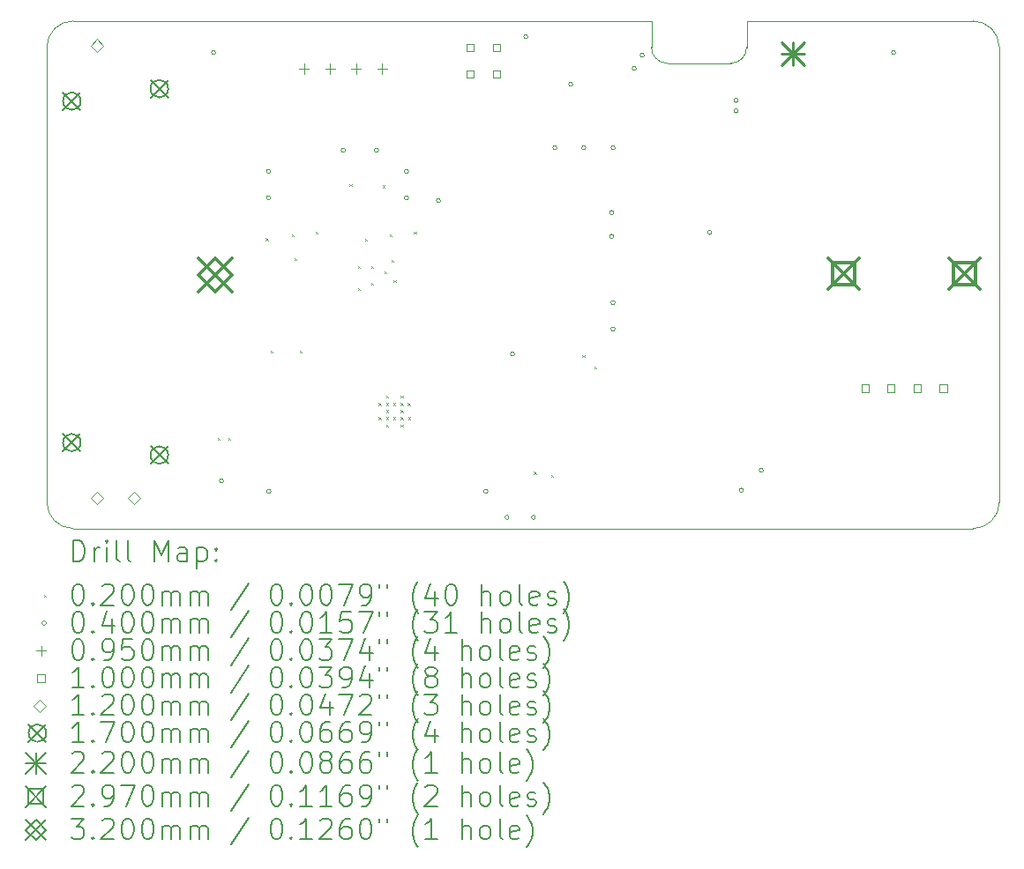
<source format=gbr>
%TF.GenerationSoftware,KiCad,Pcbnew,(6.0.9)*%
%TF.CreationDate,2023-01-08T15:27:36-05:00*%
%TF.ProjectId,v1-USMX,76312d55-534d-4582-9e6b-696361645f70,rev?*%
%TF.SameCoordinates,Original*%
%TF.FileFunction,Drillmap*%
%TF.FilePolarity,Positive*%
%FSLAX45Y45*%
G04 Gerber Fmt 4.5, Leading zero omitted, Abs format (unit mm)*
G04 Created by KiCad (PCBNEW (6.0.9)) date 2023-01-08 15:27:36*
%MOMM*%
%LPD*%
G01*
G04 APERTURE LIST*
%ADD10C,0.100000*%
%ADD11C,0.200000*%
%ADD12C,0.020000*%
%ADD13C,0.040000*%
%ADD14C,0.095000*%
%ADD15C,0.120000*%
%ADD16C,0.170000*%
%ADD17C,0.220000*%
%ADD18C,0.297000*%
%ADD19C,0.320000*%
G04 APERTURE END LIST*
D10*
X15659100Y-8280400D02*
X15659100Y-8026400D01*
X16421100Y-8432800D02*
X15811500Y-8432800D01*
X18999200Y-8280400D02*
X18999200Y-12649200D01*
X15659100Y-8026400D02*
X10109200Y-8026400D01*
X10109200Y-8026400D02*
G75*
G03*
X9855200Y-8280400I0J-254000D01*
G01*
X18999200Y-8280400D02*
G75*
G03*
X18745200Y-8026400I-254000J0D01*
G01*
X9855200Y-12649200D02*
G75*
G03*
X10109200Y-12903200I254000J0D01*
G01*
X18745200Y-12903200D02*
G75*
G03*
X18999200Y-12649200I0J254000D01*
G01*
X15659100Y-8280400D02*
G75*
G03*
X15811500Y-8432800I152400J0D01*
G01*
X10109200Y-12903200D02*
X18745200Y-12903200D01*
X16573500Y-8280400D02*
X16573500Y-8026400D01*
X9855200Y-8280400D02*
X9855200Y-12649200D01*
X16421100Y-8432800D02*
G75*
G03*
X16573500Y-8280400I0J152400D01*
G01*
X18745200Y-8026400D02*
X16573500Y-8026400D01*
D11*
D12*
X11497050Y-12029600D02*
X11517050Y-12049600D01*
X11517050Y-12029600D02*
X11497050Y-12049600D01*
X11596950Y-12029600D02*
X11616950Y-12049600D01*
X11616950Y-12029600D02*
X11596950Y-12049600D01*
X11958480Y-10114440D02*
X11978480Y-10134440D01*
X11978480Y-10114440D02*
X11958480Y-10134440D01*
X12004200Y-11191400D02*
X12024200Y-11211400D01*
X12024200Y-11191400D02*
X12004200Y-11211400D01*
X12205600Y-10078400D02*
X12225600Y-10098400D01*
X12225600Y-10078400D02*
X12205600Y-10098400D01*
X12232800Y-10307480D02*
X12252800Y-10327480D01*
X12252800Y-10307480D02*
X12232800Y-10327480D01*
X12283600Y-11191400D02*
X12303600Y-11211400D01*
X12303600Y-11191400D02*
X12283600Y-11211400D01*
X12436000Y-10053480D02*
X12456000Y-10073480D01*
X12456000Y-10053480D02*
X12436000Y-10073480D01*
X12762050Y-9591200D02*
X12782050Y-9611200D01*
X12782050Y-9591200D02*
X12762050Y-9611200D01*
X12841500Y-10595301D02*
X12861500Y-10615301D01*
X12861500Y-10595301D02*
X12841500Y-10615301D01*
X12842400Y-10378600D02*
X12862400Y-10398600D01*
X12862400Y-10378600D02*
X12842400Y-10398600D01*
X12912270Y-10118270D02*
X12932270Y-10138270D01*
X12932270Y-10118270D02*
X12912270Y-10138270D01*
X12968500Y-10381850D02*
X12988500Y-10401850D01*
X12988500Y-10381850D02*
X12968500Y-10401850D01*
X12968500Y-10544451D02*
X12988500Y-10564451D01*
X12988500Y-10544451D02*
X12968500Y-10564451D01*
X13040860Y-11696860D02*
X13060860Y-11716860D01*
X13060860Y-11696860D02*
X13040860Y-11716860D01*
X13040860Y-11834020D02*
X13060860Y-11854020D01*
X13060860Y-11834020D02*
X13040860Y-11854020D01*
X13080275Y-9607325D02*
X13100275Y-9627325D01*
X13100275Y-9607325D02*
X13080275Y-9627325D01*
X13096400Y-10431800D02*
X13116400Y-10451800D01*
X13116400Y-10431800D02*
X13096400Y-10451800D01*
X13111980Y-11625740D02*
X13131980Y-11645740D01*
X13131980Y-11625740D02*
X13111980Y-11645740D01*
X13111980Y-11696860D02*
X13131980Y-11716860D01*
X13131980Y-11696860D02*
X13111980Y-11716860D01*
X13111980Y-11765440D02*
X13131980Y-11785440D01*
X13131980Y-11765440D02*
X13111980Y-11785440D01*
X13111980Y-11834020D02*
X13131980Y-11854020D01*
X13131980Y-11834020D02*
X13111980Y-11854020D01*
X13111980Y-11905140D02*
X13131980Y-11925140D01*
X13131980Y-11905140D02*
X13111980Y-11925140D01*
X13145000Y-10078400D02*
X13165000Y-10098400D01*
X13165000Y-10078400D02*
X13145000Y-10098400D01*
X13165220Y-10320420D02*
X13185220Y-10340420D01*
X13185220Y-10320420D02*
X13165220Y-10340420D01*
X13180560Y-11696860D02*
X13200560Y-11716860D01*
X13200560Y-11696860D02*
X13180560Y-11716860D01*
X13183100Y-11834020D02*
X13203100Y-11854020D01*
X13203100Y-11834020D02*
X13183100Y-11854020D01*
X13184550Y-10518881D02*
X13204550Y-10538881D01*
X13204550Y-10518881D02*
X13184550Y-10538881D01*
X13251680Y-11625740D02*
X13271680Y-11645740D01*
X13271680Y-11625740D02*
X13251680Y-11645740D01*
X13251680Y-11696860D02*
X13271680Y-11716860D01*
X13271680Y-11696860D02*
X13251680Y-11716860D01*
X13251680Y-11765440D02*
X13271680Y-11785440D01*
X13271680Y-11765440D02*
X13251680Y-11785440D01*
X13251680Y-11834020D02*
X13271680Y-11854020D01*
X13271680Y-11834020D02*
X13251680Y-11854020D01*
X13251680Y-11905140D02*
X13271680Y-11925140D01*
X13271680Y-11905140D02*
X13251680Y-11925140D01*
X13320260Y-11696860D02*
X13340260Y-11716860D01*
X13340260Y-11696860D02*
X13320260Y-11716860D01*
X13322800Y-11834020D02*
X13342800Y-11854020D01*
X13342800Y-11834020D02*
X13322800Y-11854020D01*
X13380880Y-10053480D02*
X13400880Y-10073480D01*
X13400880Y-10053480D02*
X13380880Y-10073480D01*
X14531492Y-12358842D02*
X14551492Y-12378842D01*
X14551492Y-12358842D02*
X14531492Y-12378842D01*
X14694400Y-12385200D02*
X14714400Y-12405200D01*
X14714400Y-12385200D02*
X14694400Y-12405200D01*
X14995891Y-11235009D02*
X15015891Y-11255009D01*
X15015891Y-11235009D02*
X14995891Y-11255009D01*
X15108713Y-11348390D02*
X15128713Y-11368390D01*
X15128713Y-11348390D02*
X15108713Y-11368390D01*
D13*
X11475400Y-8331200D02*
G75*
G03*
X11475400Y-8331200I-20000J0D01*
G01*
X11551600Y-12446000D02*
G75*
G03*
X11551600Y-12446000I-20000J0D01*
G01*
X12004100Y-9472200D02*
G75*
G03*
X12004100Y-9472200I-20000J0D01*
G01*
X12004100Y-9726200D02*
G75*
G03*
X12004100Y-9726200I-20000J0D01*
G01*
X12006600Y-12547600D02*
G75*
G03*
X12006600Y-12547600I-20000J0D01*
G01*
X12721100Y-9269900D02*
G75*
G03*
X12721100Y-9269900I-20000J0D01*
G01*
X13038600Y-9269900D02*
G75*
G03*
X13038600Y-9269900I-20000J0D01*
G01*
X13327400Y-9472200D02*
G75*
G03*
X13327400Y-9472200I-20000J0D01*
G01*
X13327400Y-9726200D02*
G75*
G03*
X13327400Y-9726200I-20000J0D01*
G01*
X13634400Y-9753600D02*
G75*
G03*
X13634400Y-9753600I-20000J0D01*
G01*
X14089400Y-12547600D02*
G75*
G03*
X14089400Y-12547600I-20000J0D01*
G01*
X14292600Y-12795000D02*
G75*
G03*
X14292600Y-12795000I-20000J0D01*
G01*
X14345600Y-11226800D02*
G75*
G03*
X14345600Y-11226800I-20000J0D01*
G01*
X14472600Y-8178800D02*
G75*
G03*
X14472600Y-8178800I-20000J0D01*
G01*
X14546600Y-12795000D02*
G75*
G03*
X14546600Y-12795000I-20000J0D01*
G01*
X14752000Y-9245600D02*
G75*
G03*
X14752000Y-9245600I-20000J0D01*
G01*
X14904400Y-8636000D02*
G75*
G03*
X14904400Y-8636000I-20000J0D01*
G01*
X15030400Y-9245600D02*
G75*
G03*
X15030400Y-9245600I-20000J0D01*
G01*
X15298100Y-9867900D02*
G75*
G03*
X15298100Y-9867900I-20000J0D01*
G01*
X15298100Y-10096500D02*
G75*
G03*
X15298100Y-10096500I-20000J0D01*
G01*
X15310800Y-9245600D02*
G75*
G03*
X15310800Y-9245600I-20000J0D01*
G01*
X15310800Y-10731500D02*
G75*
G03*
X15310800Y-10731500I-20000J0D01*
G01*
X15310800Y-10985500D02*
G75*
G03*
X15310800Y-10985500I-20000J0D01*
G01*
X15514000Y-8483600D02*
G75*
G03*
X15514000Y-8483600I-20000J0D01*
G01*
X15590200Y-8356600D02*
G75*
G03*
X15590200Y-8356600I-20000J0D01*
G01*
X16238400Y-10058400D02*
G75*
G03*
X16238400Y-10058400I-20000J0D01*
G01*
X16491900Y-8788400D02*
G75*
G03*
X16491900Y-8788400I-20000J0D01*
G01*
X16491900Y-8890000D02*
G75*
G03*
X16491900Y-8890000I-20000J0D01*
G01*
X16543247Y-12534353D02*
G75*
G03*
X16543247Y-12534353I-20000J0D01*
G01*
X16733200Y-12344400D02*
G75*
G03*
X16733200Y-12344400I-20000J0D01*
G01*
X18003200Y-8331200D02*
G75*
G03*
X18003200Y-8331200I-20000J0D01*
G01*
D14*
X12325000Y-8437800D02*
X12325000Y-8532800D01*
X12277500Y-8485300D02*
X12372500Y-8485300D01*
X12575000Y-8437800D02*
X12575000Y-8532800D01*
X12527500Y-8485300D02*
X12622500Y-8485300D01*
X12825000Y-8437800D02*
X12825000Y-8532800D01*
X12777500Y-8485300D02*
X12872500Y-8485300D01*
X13075000Y-8437800D02*
X13075000Y-8532800D01*
X13027500Y-8485300D02*
X13122500Y-8485300D01*
D10*
X13954556Y-8315756D02*
X13954556Y-8245044D01*
X13883844Y-8245044D01*
X13883844Y-8315756D01*
X13954556Y-8315756D01*
X13954556Y-8569756D02*
X13954556Y-8499044D01*
X13883844Y-8499044D01*
X13883844Y-8569756D01*
X13954556Y-8569756D01*
X14208556Y-8315756D02*
X14208556Y-8245044D01*
X14137844Y-8245044D01*
X14137844Y-8315756D01*
X14208556Y-8315756D01*
X14208556Y-8569756D02*
X14208556Y-8499044D01*
X14137844Y-8499044D01*
X14137844Y-8569756D01*
X14208556Y-8569756D01*
X17745156Y-11591656D02*
X17745156Y-11520944D01*
X17674444Y-11520944D01*
X17674444Y-11591656D01*
X17745156Y-11591656D01*
X17995156Y-11591656D02*
X17995156Y-11520944D01*
X17924444Y-11520944D01*
X17924444Y-11591656D01*
X17995156Y-11591656D01*
X18245156Y-11591656D02*
X18245156Y-11520944D01*
X18174444Y-11520944D01*
X18174444Y-11591656D01*
X18245156Y-11591656D01*
X18495156Y-11591656D02*
X18495156Y-11520944D01*
X18424444Y-11520944D01*
X18424444Y-11591656D01*
X18495156Y-11591656D01*
D15*
X10340600Y-8322300D02*
X10400600Y-8262300D01*
X10340600Y-8202300D01*
X10280600Y-8262300D01*
X10340600Y-8322300D01*
X10340600Y-12672300D02*
X10400600Y-12612300D01*
X10340600Y-12552300D01*
X10280600Y-12612300D01*
X10340600Y-12672300D01*
X10690600Y-12672300D02*
X10750600Y-12612300D01*
X10690600Y-12552300D01*
X10630600Y-12612300D01*
X10690600Y-12672300D01*
D16*
X10010600Y-8712300D02*
X10180600Y-8882300D01*
X10180600Y-8712300D02*
X10010600Y-8882300D01*
X10180600Y-8797300D02*
G75*
G03*
X10180600Y-8797300I-85000J0D01*
G01*
X10010600Y-11992300D02*
X10180600Y-12162300D01*
X10180600Y-11992300D02*
X10010600Y-12162300D01*
X10180600Y-12077300D02*
G75*
G03*
X10180600Y-12077300I-85000J0D01*
G01*
X10850600Y-8592300D02*
X11020600Y-8762300D01*
X11020600Y-8592300D02*
X10850600Y-8762300D01*
X11020600Y-8677300D02*
G75*
G03*
X11020600Y-8677300I-85000J0D01*
G01*
X10850600Y-12112300D02*
X11020600Y-12282300D01*
X11020600Y-12112300D02*
X10850600Y-12282300D01*
X11020600Y-12197300D02*
G75*
G03*
X11020600Y-12197300I-85000J0D01*
G01*
D17*
X16908000Y-8231360D02*
X17128000Y-8451360D01*
X17128000Y-8231360D02*
X16908000Y-8451360D01*
X17018000Y-8231360D02*
X17018000Y-8451360D01*
X16908000Y-8341360D02*
X17128000Y-8341360D01*
D18*
X17356300Y-10307800D02*
X17653300Y-10604800D01*
X17653300Y-10307800D02*
X17356300Y-10604800D01*
X17609806Y-10561306D02*
X17609806Y-10351294D01*
X17399794Y-10351294D01*
X17399794Y-10561306D01*
X17609806Y-10561306D01*
X18516300Y-10307800D02*
X18813300Y-10604800D01*
X18813300Y-10307800D02*
X18516300Y-10604800D01*
X18769806Y-10561306D02*
X18769806Y-10351294D01*
X18559794Y-10351294D01*
X18559794Y-10561306D01*
X18769806Y-10561306D01*
D19*
X11312472Y-10304800D02*
X11632472Y-10624800D01*
X11632472Y-10304800D02*
X11312472Y-10624800D01*
X11472472Y-10624800D02*
X11632472Y-10464800D01*
X11472472Y-10304800D01*
X11312472Y-10464800D01*
X11472472Y-10624800D01*
D11*
X10107819Y-13218676D02*
X10107819Y-13018676D01*
X10155438Y-13018676D01*
X10184009Y-13028200D01*
X10203057Y-13047248D01*
X10212581Y-13066295D01*
X10222105Y-13104390D01*
X10222105Y-13132962D01*
X10212581Y-13171057D01*
X10203057Y-13190105D01*
X10184009Y-13209152D01*
X10155438Y-13218676D01*
X10107819Y-13218676D01*
X10307819Y-13218676D02*
X10307819Y-13085343D01*
X10307819Y-13123438D02*
X10317343Y-13104390D01*
X10326867Y-13094867D01*
X10345914Y-13085343D01*
X10364962Y-13085343D01*
X10431628Y-13218676D02*
X10431628Y-13085343D01*
X10431628Y-13018676D02*
X10422105Y-13028200D01*
X10431628Y-13037724D01*
X10441152Y-13028200D01*
X10431628Y-13018676D01*
X10431628Y-13037724D01*
X10555438Y-13218676D02*
X10536390Y-13209152D01*
X10526867Y-13190105D01*
X10526867Y-13018676D01*
X10660200Y-13218676D02*
X10641152Y-13209152D01*
X10631628Y-13190105D01*
X10631628Y-13018676D01*
X10888771Y-13218676D02*
X10888771Y-13018676D01*
X10955438Y-13161533D01*
X11022105Y-13018676D01*
X11022105Y-13218676D01*
X11203057Y-13218676D02*
X11203057Y-13113914D01*
X11193533Y-13094867D01*
X11174486Y-13085343D01*
X11136390Y-13085343D01*
X11117343Y-13094867D01*
X11203057Y-13209152D02*
X11184009Y-13218676D01*
X11136390Y-13218676D01*
X11117343Y-13209152D01*
X11107819Y-13190105D01*
X11107819Y-13171057D01*
X11117343Y-13152009D01*
X11136390Y-13142486D01*
X11184009Y-13142486D01*
X11203057Y-13132962D01*
X11298295Y-13085343D02*
X11298295Y-13285343D01*
X11298295Y-13094867D02*
X11317343Y-13085343D01*
X11355438Y-13085343D01*
X11374486Y-13094867D01*
X11384009Y-13104390D01*
X11393533Y-13123438D01*
X11393533Y-13180581D01*
X11384009Y-13199628D01*
X11374486Y-13209152D01*
X11355438Y-13218676D01*
X11317343Y-13218676D01*
X11298295Y-13209152D01*
X11479247Y-13199628D02*
X11488771Y-13209152D01*
X11479247Y-13218676D01*
X11469724Y-13209152D01*
X11479247Y-13199628D01*
X11479247Y-13218676D01*
X11479247Y-13094867D02*
X11488771Y-13104390D01*
X11479247Y-13113914D01*
X11469724Y-13104390D01*
X11479247Y-13094867D01*
X11479247Y-13113914D01*
D12*
X9830200Y-13538200D02*
X9850200Y-13558200D01*
X9850200Y-13538200D02*
X9830200Y-13558200D01*
D11*
X10145914Y-13438676D02*
X10164962Y-13438676D01*
X10184009Y-13448200D01*
X10193533Y-13457724D01*
X10203057Y-13476771D01*
X10212581Y-13514867D01*
X10212581Y-13562486D01*
X10203057Y-13600581D01*
X10193533Y-13619628D01*
X10184009Y-13629152D01*
X10164962Y-13638676D01*
X10145914Y-13638676D01*
X10126867Y-13629152D01*
X10117343Y-13619628D01*
X10107819Y-13600581D01*
X10098295Y-13562486D01*
X10098295Y-13514867D01*
X10107819Y-13476771D01*
X10117343Y-13457724D01*
X10126867Y-13448200D01*
X10145914Y-13438676D01*
X10298295Y-13619628D02*
X10307819Y-13629152D01*
X10298295Y-13638676D01*
X10288771Y-13629152D01*
X10298295Y-13619628D01*
X10298295Y-13638676D01*
X10384009Y-13457724D02*
X10393533Y-13448200D01*
X10412581Y-13438676D01*
X10460200Y-13438676D01*
X10479248Y-13448200D01*
X10488771Y-13457724D01*
X10498295Y-13476771D01*
X10498295Y-13495819D01*
X10488771Y-13524390D01*
X10374486Y-13638676D01*
X10498295Y-13638676D01*
X10622105Y-13438676D02*
X10641152Y-13438676D01*
X10660200Y-13448200D01*
X10669724Y-13457724D01*
X10679248Y-13476771D01*
X10688771Y-13514867D01*
X10688771Y-13562486D01*
X10679248Y-13600581D01*
X10669724Y-13619628D01*
X10660200Y-13629152D01*
X10641152Y-13638676D01*
X10622105Y-13638676D01*
X10603057Y-13629152D01*
X10593533Y-13619628D01*
X10584009Y-13600581D01*
X10574486Y-13562486D01*
X10574486Y-13514867D01*
X10584009Y-13476771D01*
X10593533Y-13457724D01*
X10603057Y-13448200D01*
X10622105Y-13438676D01*
X10812581Y-13438676D02*
X10831628Y-13438676D01*
X10850676Y-13448200D01*
X10860200Y-13457724D01*
X10869724Y-13476771D01*
X10879248Y-13514867D01*
X10879248Y-13562486D01*
X10869724Y-13600581D01*
X10860200Y-13619628D01*
X10850676Y-13629152D01*
X10831628Y-13638676D01*
X10812581Y-13638676D01*
X10793533Y-13629152D01*
X10784009Y-13619628D01*
X10774486Y-13600581D01*
X10764962Y-13562486D01*
X10764962Y-13514867D01*
X10774486Y-13476771D01*
X10784009Y-13457724D01*
X10793533Y-13448200D01*
X10812581Y-13438676D01*
X10964962Y-13638676D02*
X10964962Y-13505343D01*
X10964962Y-13524390D02*
X10974486Y-13514867D01*
X10993533Y-13505343D01*
X11022105Y-13505343D01*
X11041152Y-13514867D01*
X11050676Y-13533914D01*
X11050676Y-13638676D01*
X11050676Y-13533914D02*
X11060200Y-13514867D01*
X11079248Y-13505343D01*
X11107819Y-13505343D01*
X11126867Y-13514867D01*
X11136390Y-13533914D01*
X11136390Y-13638676D01*
X11231628Y-13638676D02*
X11231628Y-13505343D01*
X11231628Y-13524390D02*
X11241152Y-13514867D01*
X11260200Y-13505343D01*
X11288771Y-13505343D01*
X11307819Y-13514867D01*
X11317343Y-13533914D01*
X11317343Y-13638676D01*
X11317343Y-13533914D02*
X11326866Y-13514867D01*
X11345914Y-13505343D01*
X11374486Y-13505343D01*
X11393533Y-13514867D01*
X11403057Y-13533914D01*
X11403057Y-13638676D01*
X11793533Y-13429152D02*
X11622105Y-13686295D01*
X12050676Y-13438676D02*
X12069724Y-13438676D01*
X12088771Y-13448200D01*
X12098295Y-13457724D01*
X12107819Y-13476771D01*
X12117343Y-13514867D01*
X12117343Y-13562486D01*
X12107819Y-13600581D01*
X12098295Y-13619628D01*
X12088771Y-13629152D01*
X12069724Y-13638676D01*
X12050676Y-13638676D01*
X12031628Y-13629152D01*
X12022105Y-13619628D01*
X12012581Y-13600581D01*
X12003057Y-13562486D01*
X12003057Y-13514867D01*
X12012581Y-13476771D01*
X12022105Y-13457724D01*
X12031628Y-13448200D01*
X12050676Y-13438676D01*
X12203057Y-13619628D02*
X12212581Y-13629152D01*
X12203057Y-13638676D01*
X12193533Y-13629152D01*
X12203057Y-13619628D01*
X12203057Y-13638676D01*
X12336390Y-13438676D02*
X12355438Y-13438676D01*
X12374486Y-13448200D01*
X12384009Y-13457724D01*
X12393533Y-13476771D01*
X12403057Y-13514867D01*
X12403057Y-13562486D01*
X12393533Y-13600581D01*
X12384009Y-13619628D01*
X12374486Y-13629152D01*
X12355438Y-13638676D01*
X12336390Y-13638676D01*
X12317343Y-13629152D01*
X12307819Y-13619628D01*
X12298295Y-13600581D01*
X12288771Y-13562486D01*
X12288771Y-13514867D01*
X12298295Y-13476771D01*
X12307819Y-13457724D01*
X12317343Y-13448200D01*
X12336390Y-13438676D01*
X12526866Y-13438676D02*
X12545914Y-13438676D01*
X12564962Y-13448200D01*
X12574486Y-13457724D01*
X12584009Y-13476771D01*
X12593533Y-13514867D01*
X12593533Y-13562486D01*
X12584009Y-13600581D01*
X12574486Y-13619628D01*
X12564962Y-13629152D01*
X12545914Y-13638676D01*
X12526866Y-13638676D01*
X12507819Y-13629152D01*
X12498295Y-13619628D01*
X12488771Y-13600581D01*
X12479247Y-13562486D01*
X12479247Y-13514867D01*
X12488771Y-13476771D01*
X12498295Y-13457724D01*
X12507819Y-13448200D01*
X12526866Y-13438676D01*
X12660200Y-13438676D02*
X12793533Y-13438676D01*
X12707819Y-13638676D01*
X12879247Y-13638676D02*
X12917343Y-13638676D01*
X12936390Y-13629152D01*
X12945914Y-13619628D01*
X12964962Y-13591057D01*
X12974486Y-13552962D01*
X12974486Y-13476771D01*
X12964962Y-13457724D01*
X12955438Y-13448200D01*
X12936390Y-13438676D01*
X12898295Y-13438676D01*
X12879247Y-13448200D01*
X12869724Y-13457724D01*
X12860200Y-13476771D01*
X12860200Y-13524390D01*
X12869724Y-13543438D01*
X12879247Y-13552962D01*
X12898295Y-13562486D01*
X12936390Y-13562486D01*
X12955438Y-13552962D01*
X12964962Y-13543438D01*
X12974486Y-13524390D01*
X13050676Y-13438676D02*
X13050676Y-13476771D01*
X13126866Y-13438676D02*
X13126866Y-13476771D01*
X13422105Y-13714867D02*
X13412581Y-13705343D01*
X13393533Y-13676771D01*
X13384009Y-13657724D01*
X13374486Y-13629152D01*
X13364962Y-13581533D01*
X13364962Y-13543438D01*
X13374486Y-13495819D01*
X13384009Y-13467248D01*
X13393533Y-13448200D01*
X13412581Y-13419628D01*
X13422105Y-13410105D01*
X13584009Y-13505343D02*
X13584009Y-13638676D01*
X13536390Y-13429152D02*
X13488771Y-13572009D01*
X13612581Y-13572009D01*
X13726866Y-13438676D02*
X13745914Y-13438676D01*
X13764962Y-13448200D01*
X13774486Y-13457724D01*
X13784009Y-13476771D01*
X13793533Y-13514867D01*
X13793533Y-13562486D01*
X13784009Y-13600581D01*
X13774486Y-13619628D01*
X13764962Y-13629152D01*
X13745914Y-13638676D01*
X13726866Y-13638676D01*
X13707819Y-13629152D01*
X13698295Y-13619628D01*
X13688771Y-13600581D01*
X13679247Y-13562486D01*
X13679247Y-13514867D01*
X13688771Y-13476771D01*
X13698295Y-13457724D01*
X13707819Y-13448200D01*
X13726866Y-13438676D01*
X14031628Y-13638676D02*
X14031628Y-13438676D01*
X14117343Y-13638676D02*
X14117343Y-13533914D01*
X14107819Y-13514867D01*
X14088771Y-13505343D01*
X14060200Y-13505343D01*
X14041152Y-13514867D01*
X14031628Y-13524390D01*
X14241152Y-13638676D02*
X14222105Y-13629152D01*
X14212581Y-13619628D01*
X14203057Y-13600581D01*
X14203057Y-13543438D01*
X14212581Y-13524390D01*
X14222105Y-13514867D01*
X14241152Y-13505343D01*
X14269724Y-13505343D01*
X14288771Y-13514867D01*
X14298295Y-13524390D01*
X14307819Y-13543438D01*
X14307819Y-13600581D01*
X14298295Y-13619628D01*
X14288771Y-13629152D01*
X14269724Y-13638676D01*
X14241152Y-13638676D01*
X14422105Y-13638676D02*
X14403057Y-13629152D01*
X14393533Y-13610105D01*
X14393533Y-13438676D01*
X14574486Y-13629152D02*
X14555438Y-13638676D01*
X14517343Y-13638676D01*
X14498295Y-13629152D01*
X14488771Y-13610105D01*
X14488771Y-13533914D01*
X14498295Y-13514867D01*
X14517343Y-13505343D01*
X14555438Y-13505343D01*
X14574486Y-13514867D01*
X14584009Y-13533914D01*
X14584009Y-13552962D01*
X14488771Y-13572009D01*
X14660200Y-13629152D02*
X14679247Y-13638676D01*
X14717343Y-13638676D01*
X14736390Y-13629152D01*
X14745914Y-13610105D01*
X14745914Y-13600581D01*
X14736390Y-13581533D01*
X14717343Y-13572009D01*
X14688771Y-13572009D01*
X14669724Y-13562486D01*
X14660200Y-13543438D01*
X14660200Y-13533914D01*
X14669724Y-13514867D01*
X14688771Y-13505343D01*
X14717343Y-13505343D01*
X14736390Y-13514867D01*
X14812581Y-13714867D02*
X14822105Y-13705343D01*
X14841152Y-13676771D01*
X14850676Y-13657724D01*
X14860200Y-13629152D01*
X14869724Y-13581533D01*
X14869724Y-13543438D01*
X14860200Y-13495819D01*
X14850676Y-13467248D01*
X14841152Y-13448200D01*
X14822105Y-13419628D01*
X14812581Y-13410105D01*
D13*
X9850200Y-13812200D02*
G75*
G03*
X9850200Y-13812200I-20000J0D01*
G01*
D11*
X10145914Y-13702676D02*
X10164962Y-13702676D01*
X10184009Y-13712200D01*
X10193533Y-13721724D01*
X10203057Y-13740771D01*
X10212581Y-13778867D01*
X10212581Y-13826486D01*
X10203057Y-13864581D01*
X10193533Y-13883628D01*
X10184009Y-13893152D01*
X10164962Y-13902676D01*
X10145914Y-13902676D01*
X10126867Y-13893152D01*
X10117343Y-13883628D01*
X10107819Y-13864581D01*
X10098295Y-13826486D01*
X10098295Y-13778867D01*
X10107819Y-13740771D01*
X10117343Y-13721724D01*
X10126867Y-13712200D01*
X10145914Y-13702676D01*
X10298295Y-13883628D02*
X10307819Y-13893152D01*
X10298295Y-13902676D01*
X10288771Y-13893152D01*
X10298295Y-13883628D01*
X10298295Y-13902676D01*
X10479248Y-13769343D02*
X10479248Y-13902676D01*
X10431628Y-13693152D02*
X10384009Y-13836009D01*
X10507819Y-13836009D01*
X10622105Y-13702676D02*
X10641152Y-13702676D01*
X10660200Y-13712200D01*
X10669724Y-13721724D01*
X10679248Y-13740771D01*
X10688771Y-13778867D01*
X10688771Y-13826486D01*
X10679248Y-13864581D01*
X10669724Y-13883628D01*
X10660200Y-13893152D01*
X10641152Y-13902676D01*
X10622105Y-13902676D01*
X10603057Y-13893152D01*
X10593533Y-13883628D01*
X10584009Y-13864581D01*
X10574486Y-13826486D01*
X10574486Y-13778867D01*
X10584009Y-13740771D01*
X10593533Y-13721724D01*
X10603057Y-13712200D01*
X10622105Y-13702676D01*
X10812581Y-13702676D02*
X10831628Y-13702676D01*
X10850676Y-13712200D01*
X10860200Y-13721724D01*
X10869724Y-13740771D01*
X10879248Y-13778867D01*
X10879248Y-13826486D01*
X10869724Y-13864581D01*
X10860200Y-13883628D01*
X10850676Y-13893152D01*
X10831628Y-13902676D01*
X10812581Y-13902676D01*
X10793533Y-13893152D01*
X10784009Y-13883628D01*
X10774486Y-13864581D01*
X10764962Y-13826486D01*
X10764962Y-13778867D01*
X10774486Y-13740771D01*
X10784009Y-13721724D01*
X10793533Y-13712200D01*
X10812581Y-13702676D01*
X10964962Y-13902676D02*
X10964962Y-13769343D01*
X10964962Y-13788390D02*
X10974486Y-13778867D01*
X10993533Y-13769343D01*
X11022105Y-13769343D01*
X11041152Y-13778867D01*
X11050676Y-13797914D01*
X11050676Y-13902676D01*
X11050676Y-13797914D02*
X11060200Y-13778867D01*
X11079248Y-13769343D01*
X11107819Y-13769343D01*
X11126867Y-13778867D01*
X11136390Y-13797914D01*
X11136390Y-13902676D01*
X11231628Y-13902676D02*
X11231628Y-13769343D01*
X11231628Y-13788390D02*
X11241152Y-13778867D01*
X11260200Y-13769343D01*
X11288771Y-13769343D01*
X11307819Y-13778867D01*
X11317343Y-13797914D01*
X11317343Y-13902676D01*
X11317343Y-13797914D02*
X11326866Y-13778867D01*
X11345914Y-13769343D01*
X11374486Y-13769343D01*
X11393533Y-13778867D01*
X11403057Y-13797914D01*
X11403057Y-13902676D01*
X11793533Y-13693152D02*
X11622105Y-13950295D01*
X12050676Y-13702676D02*
X12069724Y-13702676D01*
X12088771Y-13712200D01*
X12098295Y-13721724D01*
X12107819Y-13740771D01*
X12117343Y-13778867D01*
X12117343Y-13826486D01*
X12107819Y-13864581D01*
X12098295Y-13883628D01*
X12088771Y-13893152D01*
X12069724Y-13902676D01*
X12050676Y-13902676D01*
X12031628Y-13893152D01*
X12022105Y-13883628D01*
X12012581Y-13864581D01*
X12003057Y-13826486D01*
X12003057Y-13778867D01*
X12012581Y-13740771D01*
X12022105Y-13721724D01*
X12031628Y-13712200D01*
X12050676Y-13702676D01*
X12203057Y-13883628D02*
X12212581Y-13893152D01*
X12203057Y-13902676D01*
X12193533Y-13893152D01*
X12203057Y-13883628D01*
X12203057Y-13902676D01*
X12336390Y-13702676D02*
X12355438Y-13702676D01*
X12374486Y-13712200D01*
X12384009Y-13721724D01*
X12393533Y-13740771D01*
X12403057Y-13778867D01*
X12403057Y-13826486D01*
X12393533Y-13864581D01*
X12384009Y-13883628D01*
X12374486Y-13893152D01*
X12355438Y-13902676D01*
X12336390Y-13902676D01*
X12317343Y-13893152D01*
X12307819Y-13883628D01*
X12298295Y-13864581D01*
X12288771Y-13826486D01*
X12288771Y-13778867D01*
X12298295Y-13740771D01*
X12307819Y-13721724D01*
X12317343Y-13712200D01*
X12336390Y-13702676D01*
X12593533Y-13902676D02*
X12479247Y-13902676D01*
X12536390Y-13902676D02*
X12536390Y-13702676D01*
X12517343Y-13731248D01*
X12498295Y-13750295D01*
X12479247Y-13759819D01*
X12774486Y-13702676D02*
X12679247Y-13702676D01*
X12669724Y-13797914D01*
X12679247Y-13788390D01*
X12698295Y-13778867D01*
X12745914Y-13778867D01*
X12764962Y-13788390D01*
X12774486Y-13797914D01*
X12784009Y-13816962D01*
X12784009Y-13864581D01*
X12774486Y-13883628D01*
X12764962Y-13893152D01*
X12745914Y-13902676D01*
X12698295Y-13902676D01*
X12679247Y-13893152D01*
X12669724Y-13883628D01*
X12850676Y-13702676D02*
X12984009Y-13702676D01*
X12898295Y-13902676D01*
X13050676Y-13702676D02*
X13050676Y-13740771D01*
X13126866Y-13702676D02*
X13126866Y-13740771D01*
X13422105Y-13978867D02*
X13412581Y-13969343D01*
X13393533Y-13940771D01*
X13384009Y-13921724D01*
X13374486Y-13893152D01*
X13364962Y-13845533D01*
X13364962Y-13807438D01*
X13374486Y-13759819D01*
X13384009Y-13731248D01*
X13393533Y-13712200D01*
X13412581Y-13683628D01*
X13422105Y-13674105D01*
X13479247Y-13702676D02*
X13603057Y-13702676D01*
X13536390Y-13778867D01*
X13564962Y-13778867D01*
X13584009Y-13788390D01*
X13593533Y-13797914D01*
X13603057Y-13816962D01*
X13603057Y-13864581D01*
X13593533Y-13883628D01*
X13584009Y-13893152D01*
X13564962Y-13902676D01*
X13507819Y-13902676D01*
X13488771Y-13893152D01*
X13479247Y-13883628D01*
X13793533Y-13902676D02*
X13679247Y-13902676D01*
X13736390Y-13902676D02*
X13736390Y-13702676D01*
X13717343Y-13731248D01*
X13698295Y-13750295D01*
X13679247Y-13759819D01*
X14031628Y-13902676D02*
X14031628Y-13702676D01*
X14117343Y-13902676D02*
X14117343Y-13797914D01*
X14107819Y-13778867D01*
X14088771Y-13769343D01*
X14060200Y-13769343D01*
X14041152Y-13778867D01*
X14031628Y-13788390D01*
X14241152Y-13902676D02*
X14222105Y-13893152D01*
X14212581Y-13883628D01*
X14203057Y-13864581D01*
X14203057Y-13807438D01*
X14212581Y-13788390D01*
X14222105Y-13778867D01*
X14241152Y-13769343D01*
X14269724Y-13769343D01*
X14288771Y-13778867D01*
X14298295Y-13788390D01*
X14307819Y-13807438D01*
X14307819Y-13864581D01*
X14298295Y-13883628D01*
X14288771Y-13893152D01*
X14269724Y-13902676D01*
X14241152Y-13902676D01*
X14422105Y-13902676D02*
X14403057Y-13893152D01*
X14393533Y-13874105D01*
X14393533Y-13702676D01*
X14574486Y-13893152D02*
X14555438Y-13902676D01*
X14517343Y-13902676D01*
X14498295Y-13893152D01*
X14488771Y-13874105D01*
X14488771Y-13797914D01*
X14498295Y-13778867D01*
X14517343Y-13769343D01*
X14555438Y-13769343D01*
X14574486Y-13778867D01*
X14584009Y-13797914D01*
X14584009Y-13816962D01*
X14488771Y-13836009D01*
X14660200Y-13893152D02*
X14679247Y-13902676D01*
X14717343Y-13902676D01*
X14736390Y-13893152D01*
X14745914Y-13874105D01*
X14745914Y-13864581D01*
X14736390Y-13845533D01*
X14717343Y-13836009D01*
X14688771Y-13836009D01*
X14669724Y-13826486D01*
X14660200Y-13807438D01*
X14660200Y-13797914D01*
X14669724Y-13778867D01*
X14688771Y-13769343D01*
X14717343Y-13769343D01*
X14736390Y-13778867D01*
X14812581Y-13978867D02*
X14822105Y-13969343D01*
X14841152Y-13940771D01*
X14850676Y-13921724D01*
X14860200Y-13893152D01*
X14869724Y-13845533D01*
X14869724Y-13807438D01*
X14860200Y-13759819D01*
X14850676Y-13731248D01*
X14841152Y-13712200D01*
X14822105Y-13683628D01*
X14812581Y-13674105D01*
D14*
X9802700Y-14028700D02*
X9802700Y-14123700D01*
X9755200Y-14076200D02*
X9850200Y-14076200D01*
D11*
X10145914Y-13966676D02*
X10164962Y-13966676D01*
X10184009Y-13976200D01*
X10193533Y-13985724D01*
X10203057Y-14004771D01*
X10212581Y-14042867D01*
X10212581Y-14090486D01*
X10203057Y-14128581D01*
X10193533Y-14147628D01*
X10184009Y-14157152D01*
X10164962Y-14166676D01*
X10145914Y-14166676D01*
X10126867Y-14157152D01*
X10117343Y-14147628D01*
X10107819Y-14128581D01*
X10098295Y-14090486D01*
X10098295Y-14042867D01*
X10107819Y-14004771D01*
X10117343Y-13985724D01*
X10126867Y-13976200D01*
X10145914Y-13966676D01*
X10298295Y-14147628D02*
X10307819Y-14157152D01*
X10298295Y-14166676D01*
X10288771Y-14157152D01*
X10298295Y-14147628D01*
X10298295Y-14166676D01*
X10403057Y-14166676D02*
X10441152Y-14166676D01*
X10460200Y-14157152D01*
X10469724Y-14147628D01*
X10488771Y-14119057D01*
X10498295Y-14080962D01*
X10498295Y-14004771D01*
X10488771Y-13985724D01*
X10479248Y-13976200D01*
X10460200Y-13966676D01*
X10422105Y-13966676D01*
X10403057Y-13976200D01*
X10393533Y-13985724D01*
X10384009Y-14004771D01*
X10384009Y-14052390D01*
X10393533Y-14071438D01*
X10403057Y-14080962D01*
X10422105Y-14090486D01*
X10460200Y-14090486D01*
X10479248Y-14080962D01*
X10488771Y-14071438D01*
X10498295Y-14052390D01*
X10679248Y-13966676D02*
X10584009Y-13966676D01*
X10574486Y-14061914D01*
X10584009Y-14052390D01*
X10603057Y-14042867D01*
X10650676Y-14042867D01*
X10669724Y-14052390D01*
X10679248Y-14061914D01*
X10688771Y-14080962D01*
X10688771Y-14128581D01*
X10679248Y-14147628D01*
X10669724Y-14157152D01*
X10650676Y-14166676D01*
X10603057Y-14166676D01*
X10584009Y-14157152D01*
X10574486Y-14147628D01*
X10812581Y-13966676D02*
X10831628Y-13966676D01*
X10850676Y-13976200D01*
X10860200Y-13985724D01*
X10869724Y-14004771D01*
X10879248Y-14042867D01*
X10879248Y-14090486D01*
X10869724Y-14128581D01*
X10860200Y-14147628D01*
X10850676Y-14157152D01*
X10831628Y-14166676D01*
X10812581Y-14166676D01*
X10793533Y-14157152D01*
X10784009Y-14147628D01*
X10774486Y-14128581D01*
X10764962Y-14090486D01*
X10764962Y-14042867D01*
X10774486Y-14004771D01*
X10784009Y-13985724D01*
X10793533Y-13976200D01*
X10812581Y-13966676D01*
X10964962Y-14166676D02*
X10964962Y-14033343D01*
X10964962Y-14052390D02*
X10974486Y-14042867D01*
X10993533Y-14033343D01*
X11022105Y-14033343D01*
X11041152Y-14042867D01*
X11050676Y-14061914D01*
X11050676Y-14166676D01*
X11050676Y-14061914D02*
X11060200Y-14042867D01*
X11079248Y-14033343D01*
X11107819Y-14033343D01*
X11126867Y-14042867D01*
X11136390Y-14061914D01*
X11136390Y-14166676D01*
X11231628Y-14166676D02*
X11231628Y-14033343D01*
X11231628Y-14052390D02*
X11241152Y-14042867D01*
X11260200Y-14033343D01*
X11288771Y-14033343D01*
X11307819Y-14042867D01*
X11317343Y-14061914D01*
X11317343Y-14166676D01*
X11317343Y-14061914D02*
X11326866Y-14042867D01*
X11345914Y-14033343D01*
X11374486Y-14033343D01*
X11393533Y-14042867D01*
X11403057Y-14061914D01*
X11403057Y-14166676D01*
X11793533Y-13957152D02*
X11622105Y-14214295D01*
X12050676Y-13966676D02*
X12069724Y-13966676D01*
X12088771Y-13976200D01*
X12098295Y-13985724D01*
X12107819Y-14004771D01*
X12117343Y-14042867D01*
X12117343Y-14090486D01*
X12107819Y-14128581D01*
X12098295Y-14147628D01*
X12088771Y-14157152D01*
X12069724Y-14166676D01*
X12050676Y-14166676D01*
X12031628Y-14157152D01*
X12022105Y-14147628D01*
X12012581Y-14128581D01*
X12003057Y-14090486D01*
X12003057Y-14042867D01*
X12012581Y-14004771D01*
X12022105Y-13985724D01*
X12031628Y-13976200D01*
X12050676Y-13966676D01*
X12203057Y-14147628D02*
X12212581Y-14157152D01*
X12203057Y-14166676D01*
X12193533Y-14157152D01*
X12203057Y-14147628D01*
X12203057Y-14166676D01*
X12336390Y-13966676D02*
X12355438Y-13966676D01*
X12374486Y-13976200D01*
X12384009Y-13985724D01*
X12393533Y-14004771D01*
X12403057Y-14042867D01*
X12403057Y-14090486D01*
X12393533Y-14128581D01*
X12384009Y-14147628D01*
X12374486Y-14157152D01*
X12355438Y-14166676D01*
X12336390Y-14166676D01*
X12317343Y-14157152D01*
X12307819Y-14147628D01*
X12298295Y-14128581D01*
X12288771Y-14090486D01*
X12288771Y-14042867D01*
X12298295Y-14004771D01*
X12307819Y-13985724D01*
X12317343Y-13976200D01*
X12336390Y-13966676D01*
X12469724Y-13966676D02*
X12593533Y-13966676D01*
X12526866Y-14042867D01*
X12555438Y-14042867D01*
X12574486Y-14052390D01*
X12584009Y-14061914D01*
X12593533Y-14080962D01*
X12593533Y-14128581D01*
X12584009Y-14147628D01*
X12574486Y-14157152D01*
X12555438Y-14166676D01*
X12498295Y-14166676D01*
X12479247Y-14157152D01*
X12469724Y-14147628D01*
X12660200Y-13966676D02*
X12793533Y-13966676D01*
X12707819Y-14166676D01*
X12955438Y-14033343D02*
X12955438Y-14166676D01*
X12907819Y-13957152D02*
X12860200Y-14100009D01*
X12984009Y-14100009D01*
X13050676Y-13966676D02*
X13050676Y-14004771D01*
X13126866Y-13966676D02*
X13126866Y-14004771D01*
X13422105Y-14242867D02*
X13412581Y-14233343D01*
X13393533Y-14204771D01*
X13384009Y-14185724D01*
X13374486Y-14157152D01*
X13364962Y-14109533D01*
X13364962Y-14071438D01*
X13374486Y-14023819D01*
X13384009Y-13995248D01*
X13393533Y-13976200D01*
X13412581Y-13947628D01*
X13422105Y-13938105D01*
X13584009Y-14033343D02*
X13584009Y-14166676D01*
X13536390Y-13957152D02*
X13488771Y-14100009D01*
X13612581Y-14100009D01*
X13841152Y-14166676D02*
X13841152Y-13966676D01*
X13926866Y-14166676D02*
X13926866Y-14061914D01*
X13917343Y-14042867D01*
X13898295Y-14033343D01*
X13869724Y-14033343D01*
X13850676Y-14042867D01*
X13841152Y-14052390D01*
X14050676Y-14166676D02*
X14031628Y-14157152D01*
X14022105Y-14147628D01*
X14012581Y-14128581D01*
X14012581Y-14071438D01*
X14022105Y-14052390D01*
X14031628Y-14042867D01*
X14050676Y-14033343D01*
X14079247Y-14033343D01*
X14098295Y-14042867D01*
X14107819Y-14052390D01*
X14117343Y-14071438D01*
X14117343Y-14128581D01*
X14107819Y-14147628D01*
X14098295Y-14157152D01*
X14079247Y-14166676D01*
X14050676Y-14166676D01*
X14231628Y-14166676D02*
X14212581Y-14157152D01*
X14203057Y-14138105D01*
X14203057Y-13966676D01*
X14384009Y-14157152D02*
X14364962Y-14166676D01*
X14326866Y-14166676D01*
X14307819Y-14157152D01*
X14298295Y-14138105D01*
X14298295Y-14061914D01*
X14307819Y-14042867D01*
X14326866Y-14033343D01*
X14364962Y-14033343D01*
X14384009Y-14042867D01*
X14393533Y-14061914D01*
X14393533Y-14080962D01*
X14298295Y-14100009D01*
X14469724Y-14157152D02*
X14488771Y-14166676D01*
X14526866Y-14166676D01*
X14545914Y-14157152D01*
X14555438Y-14138105D01*
X14555438Y-14128581D01*
X14545914Y-14109533D01*
X14526866Y-14100009D01*
X14498295Y-14100009D01*
X14479247Y-14090486D01*
X14469724Y-14071438D01*
X14469724Y-14061914D01*
X14479247Y-14042867D01*
X14498295Y-14033343D01*
X14526866Y-14033343D01*
X14545914Y-14042867D01*
X14622105Y-14242867D02*
X14631628Y-14233343D01*
X14650676Y-14204771D01*
X14660200Y-14185724D01*
X14669724Y-14157152D01*
X14679247Y-14109533D01*
X14679247Y-14071438D01*
X14669724Y-14023819D01*
X14660200Y-13995248D01*
X14650676Y-13976200D01*
X14631628Y-13947628D01*
X14622105Y-13938105D01*
D10*
X9835556Y-14375556D02*
X9835556Y-14304844D01*
X9764844Y-14304844D01*
X9764844Y-14375556D01*
X9835556Y-14375556D01*
D11*
X10212581Y-14430676D02*
X10098295Y-14430676D01*
X10155438Y-14430676D02*
X10155438Y-14230676D01*
X10136390Y-14259248D01*
X10117343Y-14278295D01*
X10098295Y-14287819D01*
X10298295Y-14411628D02*
X10307819Y-14421152D01*
X10298295Y-14430676D01*
X10288771Y-14421152D01*
X10298295Y-14411628D01*
X10298295Y-14430676D01*
X10431628Y-14230676D02*
X10450676Y-14230676D01*
X10469724Y-14240200D01*
X10479248Y-14249724D01*
X10488771Y-14268771D01*
X10498295Y-14306867D01*
X10498295Y-14354486D01*
X10488771Y-14392581D01*
X10479248Y-14411628D01*
X10469724Y-14421152D01*
X10450676Y-14430676D01*
X10431628Y-14430676D01*
X10412581Y-14421152D01*
X10403057Y-14411628D01*
X10393533Y-14392581D01*
X10384009Y-14354486D01*
X10384009Y-14306867D01*
X10393533Y-14268771D01*
X10403057Y-14249724D01*
X10412581Y-14240200D01*
X10431628Y-14230676D01*
X10622105Y-14230676D02*
X10641152Y-14230676D01*
X10660200Y-14240200D01*
X10669724Y-14249724D01*
X10679248Y-14268771D01*
X10688771Y-14306867D01*
X10688771Y-14354486D01*
X10679248Y-14392581D01*
X10669724Y-14411628D01*
X10660200Y-14421152D01*
X10641152Y-14430676D01*
X10622105Y-14430676D01*
X10603057Y-14421152D01*
X10593533Y-14411628D01*
X10584009Y-14392581D01*
X10574486Y-14354486D01*
X10574486Y-14306867D01*
X10584009Y-14268771D01*
X10593533Y-14249724D01*
X10603057Y-14240200D01*
X10622105Y-14230676D01*
X10812581Y-14230676D02*
X10831628Y-14230676D01*
X10850676Y-14240200D01*
X10860200Y-14249724D01*
X10869724Y-14268771D01*
X10879248Y-14306867D01*
X10879248Y-14354486D01*
X10869724Y-14392581D01*
X10860200Y-14411628D01*
X10850676Y-14421152D01*
X10831628Y-14430676D01*
X10812581Y-14430676D01*
X10793533Y-14421152D01*
X10784009Y-14411628D01*
X10774486Y-14392581D01*
X10764962Y-14354486D01*
X10764962Y-14306867D01*
X10774486Y-14268771D01*
X10784009Y-14249724D01*
X10793533Y-14240200D01*
X10812581Y-14230676D01*
X10964962Y-14430676D02*
X10964962Y-14297343D01*
X10964962Y-14316390D02*
X10974486Y-14306867D01*
X10993533Y-14297343D01*
X11022105Y-14297343D01*
X11041152Y-14306867D01*
X11050676Y-14325914D01*
X11050676Y-14430676D01*
X11050676Y-14325914D02*
X11060200Y-14306867D01*
X11079248Y-14297343D01*
X11107819Y-14297343D01*
X11126867Y-14306867D01*
X11136390Y-14325914D01*
X11136390Y-14430676D01*
X11231628Y-14430676D02*
X11231628Y-14297343D01*
X11231628Y-14316390D02*
X11241152Y-14306867D01*
X11260200Y-14297343D01*
X11288771Y-14297343D01*
X11307819Y-14306867D01*
X11317343Y-14325914D01*
X11317343Y-14430676D01*
X11317343Y-14325914D02*
X11326866Y-14306867D01*
X11345914Y-14297343D01*
X11374486Y-14297343D01*
X11393533Y-14306867D01*
X11403057Y-14325914D01*
X11403057Y-14430676D01*
X11793533Y-14221152D02*
X11622105Y-14478295D01*
X12050676Y-14230676D02*
X12069724Y-14230676D01*
X12088771Y-14240200D01*
X12098295Y-14249724D01*
X12107819Y-14268771D01*
X12117343Y-14306867D01*
X12117343Y-14354486D01*
X12107819Y-14392581D01*
X12098295Y-14411628D01*
X12088771Y-14421152D01*
X12069724Y-14430676D01*
X12050676Y-14430676D01*
X12031628Y-14421152D01*
X12022105Y-14411628D01*
X12012581Y-14392581D01*
X12003057Y-14354486D01*
X12003057Y-14306867D01*
X12012581Y-14268771D01*
X12022105Y-14249724D01*
X12031628Y-14240200D01*
X12050676Y-14230676D01*
X12203057Y-14411628D02*
X12212581Y-14421152D01*
X12203057Y-14430676D01*
X12193533Y-14421152D01*
X12203057Y-14411628D01*
X12203057Y-14430676D01*
X12336390Y-14230676D02*
X12355438Y-14230676D01*
X12374486Y-14240200D01*
X12384009Y-14249724D01*
X12393533Y-14268771D01*
X12403057Y-14306867D01*
X12403057Y-14354486D01*
X12393533Y-14392581D01*
X12384009Y-14411628D01*
X12374486Y-14421152D01*
X12355438Y-14430676D01*
X12336390Y-14430676D01*
X12317343Y-14421152D01*
X12307819Y-14411628D01*
X12298295Y-14392581D01*
X12288771Y-14354486D01*
X12288771Y-14306867D01*
X12298295Y-14268771D01*
X12307819Y-14249724D01*
X12317343Y-14240200D01*
X12336390Y-14230676D01*
X12469724Y-14230676D02*
X12593533Y-14230676D01*
X12526866Y-14306867D01*
X12555438Y-14306867D01*
X12574486Y-14316390D01*
X12584009Y-14325914D01*
X12593533Y-14344962D01*
X12593533Y-14392581D01*
X12584009Y-14411628D01*
X12574486Y-14421152D01*
X12555438Y-14430676D01*
X12498295Y-14430676D01*
X12479247Y-14421152D01*
X12469724Y-14411628D01*
X12688771Y-14430676D02*
X12726866Y-14430676D01*
X12745914Y-14421152D01*
X12755438Y-14411628D01*
X12774486Y-14383057D01*
X12784009Y-14344962D01*
X12784009Y-14268771D01*
X12774486Y-14249724D01*
X12764962Y-14240200D01*
X12745914Y-14230676D01*
X12707819Y-14230676D01*
X12688771Y-14240200D01*
X12679247Y-14249724D01*
X12669724Y-14268771D01*
X12669724Y-14316390D01*
X12679247Y-14335438D01*
X12688771Y-14344962D01*
X12707819Y-14354486D01*
X12745914Y-14354486D01*
X12764962Y-14344962D01*
X12774486Y-14335438D01*
X12784009Y-14316390D01*
X12955438Y-14297343D02*
X12955438Y-14430676D01*
X12907819Y-14221152D02*
X12860200Y-14364009D01*
X12984009Y-14364009D01*
X13050676Y-14230676D02*
X13050676Y-14268771D01*
X13126866Y-14230676D02*
X13126866Y-14268771D01*
X13422105Y-14506867D02*
X13412581Y-14497343D01*
X13393533Y-14468771D01*
X13384009Y-14449724D01*
X13374486Y-14421152D01*
X13364962Y-14373533D01*
X13364962Y-14335438D01*
X13374486Y-14287819D01*
X13384009Y-14259248D01*
X13393533Y-14240200D01*
X13412581Y-14211628D01*
X13422105Y-14202105D01*
X13526866Y-14316390D02*
X13507819Y-14306867D01*
X13498295Y-14297343D01*
X13488771Y-14278295D01*
X13488771Y-14268771D01*
X13498295Y-14249724D01*
X13507819Y-14240200D01*
X13526866Y-14230676D01*
X13564962Y-14230676D01*
X13584009Y-14240200D01*
X13593533Y-14249724D01*
X13603057Y-14268771D01*
X13603057Y-14278295D01*
X13593533Y-14297343D01*
X13584009Y-14306867D01*
X13564962Y-14316390D01*
X13526866Y-14316390D01*
X13507819Y-14325914D01*
X13498295Y-14335438D01*
X13488771Y-14354486D01*
X13488771Y-14392581D01*
X13498295Y-14411628D01*
X13507819Y-14421152D01*
X13526866Y-14430676D01*
X13564962Y-14430676D01*
X13584009Y-14421152D01*
X13593533Y-14411628D01*
X13603057Y-14392581D01*
X13603057Y-14354486D01*
X13593533Y-14335438D01*
X13584009Y-14325914D01*
X13564962Y-14316390D01*
X13841152Y-14430676D02*
X13841152Y-14230676D01*
X13926866Y-14430676D02*
X13926866Y-14325914D01*
X13917343Y-14306867D01*
X13898295Y-14297343D01*
X13869724Y-14297343D01*
X13850676Y-14306867D01*
X13841152Y-14316390D01*
X14050676Y-14430676D02*
X14031628Y-14421152D01*
X14022105Y-14411628D01*
X14012581Y-14392581D01*
X14012581Y-14335438D01*
X14022105Y-14316390D01*
X14031628Y-14306867D01*
X14050676Y-14297343D01*
X14079247Y-14297343D01*
X14098295Y-14306867D01*
X14107819Y-14316390D01*
X14117343Y-14335438D01*
X14117343Y-14392581D01*
X14107819Y-14411628D01*
X14098295Y-14421152D01*
X14079247Y-14430676D01*
X14050676Y-14430676D01*
X14231628Y-14430676D02*
X14212581Y-14421152D01*
X14203057Y-14402105D01*
X14203057Y-14230676D01*
X14384009Y-14421152D02*
X14364962Y-14430676D01*
X14326866Y-14430676D01*
X14307819Y-14421152D01*
X14298295Y-14402105D01*
X14298295Y-14325914D01*
X14307819Y-14306867D01*
X14326866Y-14297343D01*
X14364962Y-14297343D01*
X14384009Y-14306867D01*
X14393533Y-14325914D01*
X14393533Y-14344962D01*
X14298295Y-14364009D01*
X14469724Y-14421152D02*
X14488771Y-14430676D01*
X14526866Y-14430676D01*
X14545914Y-14421152D01*
X14555438Y-14402105D01*
X14555438Y-14392581D01*
X14545914Y-14373533D01*
X14526866Y-14364009D01*
X14498295Y-14364009D01*
X14479247Y-14354486D01*
X14469724Y-14335438D01*
X14469724Y-14325914D01*
X14479247Y-14306867D01*
X14498295Y-14297343D01*
X14526866Y-14297343D01*
X14545914Y-14306867D01*
X14622105Y-14506867D02*
X14631628Y-14497343D01*
X14650676Y-14468771D01*
X14660200Y-14449724D01*
X14669724Y-14421152D01*
X14679247Y-14373533D01*
X14679247Y-14335438D01*
X14669724Y-14287819D01*
X14660200Y-14259248D01*
X14650676Y-14240200D01*
X14631628Y-14211628D01*
X14622105Y-14202105D01*
D15*
X9790200Y-14664200D02*
X9850200Y-14604200D01*
X9790200Y-14544200D01*
X9730200Y-14604200D01*
X9790200Y-14664200D01*
D11*
X10212581Y-14694676D02*
X10098295Y-14694676D01*
X10155438Y-14694676D02*
X10155438Y-14494676D01*
X10136390Y-14523248D01*
X10117343Y-14542295D01*
X10098295Y-14551819D01*
X10298295Y-14675628D02*
X10307819Y-14685152D01*
X10298295Y-14694676D01*
X10288771Y-14685152D01*
X10298295Y-14675628D01*
X10298295Y-14694676D01*
X10384009Y-14513724D02*
X10393533Y-14504200D01*
X10412581Y-14494676D01*
X10460200Y-14494676D01*
X10479248Y-14504200D01*
X10488771Y-14513724D01*
X10498295Y-14532771D01*
X10498295Y-14551819D01*
X10488771Y-14580390D01*
X10374486Y-14694676D01*
X10498295Y-14694676D01*
X10622105Y-14494676D02*
X10641152Y-14494676D01*
X10660200Y-14504200D01*
X10669724Y-14513724D01*
X10679248Y-14532771D01*
X10688771Y-14570867D01*
X10688771Y-14618486D01*
X10679248Y-14656581D01*
X10669724Y-14675628D01*
X10660200Y-14685152D01*
X10641152Y-14694676D01*
X10622105Y-14694676D01*
X10603057Y-14685152D01*
X10593533Y-14675628D01*
X10584009Y-14656581D01*
X10574486Y-14618486D01*
X10574486Y-14570867D01*
X10584009Y-14532771D01*
X10593533Y-14513724D01*
X10603057Y-14504200D01*
X10622105Y-14494676D01*
X10812581Y-14494676D02*
X10831628Y-14494676D01*
X10850676Y-14504200D01*
X10860200Y-14513724D01*
X10869724Y-14532771D01*
X10879248Y-14570867D01*
X10879248Y-14618486D01*
X10869724Y-14656581D01*
X10860200Y-14675628D01*
X10850676Y-14685152D01*
X10831628Y-14694676D01*
X10812581Y-14694676D01*
X10793533Y-14685152D01*
X10784009Y-14675628D01*
X10774486Y-14656581D01*
X10764962Y-14618486D01*
X10764962Y-14570867D01*
X10774486Y-14532771D01*
X10784009Y-14513724D01*
X10793533Y-14504200D01*
X10812581Y-14494676D01*
X10964962Y-14694676D02*
X10964962Y-14561343D01*
X10964962Y-14580390D02*
X10974486Y-14570867D01*
X10993533Y-14561343D01*
X11022105Y-14561343D01*
X11041152Y-14570867D01*
X11050676Y-14589914D01*
X11050676Y-14694676D01*
X11050676Y-14589914D02*
X11060200Y-14570867D01*
X11079248Y-14561343D01*
X11107819Y-14561343D01*
X11126867Y-14570867D01*
X11136390Y-14589914D01*
X11136390Y-14694676D01*
X11231628Y-14694676D02*
X11231628Y-14561343D01*
X11231628Y-14580390D02*
X11241152Y-14570867D01*
X11260200Y-14561343D01*
X11288771Y-14561343D01*
X11307819Y-14570867D01*
X11317343Y-14589914D01*
X11317343Y-14694676D01*
X11317343Y-14589914D02*
X11326866Y-14570867D01*
X11345914Y-14561343D01*
X11374486Y-14561343D01*
X11393533Y-14570867D01*
X11403057Y-14589914D01*
X11403057Y-14694676D01*
X11793533Y-14485152D02*
X11622105Y-14742295D01*
X12050676Y-14494676D02*
X12069724Y-14494676D01*
X12088771Y-14504200D01*
X12098295Y-14513724D01*
X12107819Y-14532771D01*
X12117343Y-14570867D01*
X12117343Y-14618486D01*
X12107819Y-14656581D01*
X12098295Y-14675628D01*
X12088771Y-14685152D01*
X12069724Y-14694676D01*
X12050676Y-14694676D01*
X12031628Y-14685152D01*
X12022105Y-14675628D01*
X12012581Y-14656581D01*
X12003057Y-14618486D01*
X12003057Y-14570867D01*
X12012581Y-14532771D01*
X12022105Y-14513724D01*
X12031628Y-14504200D01*
X12050676Y-14494676D01*
X12203057Y-14675628D02*
X12212581Y-14685152D01*
X12203057Y-14694676D01*
X12193533Y-14685152D01*
X12203057Y-14675628D01*
X12203057Y-14694676D01*
X12336390Y-14494676D02*
X12355438Y-14494676D01*
X12374486Y-14504200D01*
X12384009Y-14513724D01*
X12393533Y-14532771D01*
X12403057Y-14570867D01*
X12403057Y-14618486D01*
X12393533Y-14656581D01*
X12384009Y-14675628D01*
X12374486Y-14685152D01*
X12355438Y-14694676D01*
X12336390Y-14694676D01*
X12317343Y-14685152D01*
X12307819Y-14675628D01*
X12298295Y-14656581D01*
X12288771Y-14618486D01*
X12288771Y-14570867D01*
X12298295Y-14532771D01*
X12307819Y-14513724D01*
X12317343Y-14504200D01*
X12336390Y-14494676D01*
X12574486Y-14561343D02*
X12574486Y-14694676D01*
X12526866Y-14485152D02*
X12479247Y-14628009D01*
X12603057Y-14628009D01*
X12660200Y-14494676D02*
X12793533Y-14494676D01*
X12707819Y-14694676D01*
X12860200Y-14513724D02*
X12869724Y-14504200D01*
X12888771Y-14494676D01*
X12936390Y-14494676D01*
X12955438Y-14504200D01*
X12964962Y-14513724D01*
X12974486Y-14532771D01*
X12974486Y-14551819D01*
X12964962Y-14580390D01*
X12850676Y-14694676D01*
X12974486Y-14694676D01*
X13050676Y-14494676D02*
X13050676Y-14532771D01*
X13126866Y-14494676D02*
X13126866Y-14532771D01*
X13422105Y-14770867D02*
X13412581Y-14761343D01*
X13393533Y-14732771D01*
X13384009Y-14713724D01*
X13374486Y-14685152D01*
X13364962Y-14637533D01*
X13364962Y-14599438D01*
X13374486Y-14551819D01*
X13384009Y-14523248D01*
X13393533Y-14504200D01*
X13412581Y-14475628D01*
X13422105Y-14466105D01*
X13479247Y-14494676D02*
X13603057Y-14494676D01*
X13536390Y-14570867D01*
X13564962Y-14570867D01*
X13584009Y-14580390D01*
X13593533Y-14589914D01*
X13603057Y-14608962D01*
X13603057Y-14656581D01*
X13593533Y-14675628D01*
X13584009Y-14685152D01*
X13564962Y-14694676D01*
X13507819Y-14694676D01*
X13488771Y-14685152D01*
X13479247Y-14675628D01*
X13841152Y-14694676D02*
X13841152Y-14494676D01*
X13926866Y-14694676D02*
X13926866Y-14589914D01*
X13917343Y-14570867D01*
X13898295Y-14561343D01*
X13869724Y-14561343D01*
X13850676Y-14570867D01*
X13841152Y-14580390D01*
X14050676Y-14694676D02*
X14031628Y-14685152D01*
X14022105Y-14675628D01*
X14012581Y-14656581D01*
X14012581Y-14599438D01*
X14022105Y-14580390D01*
X14031628Y-14570867D01*
X14050676Y-14561343D01*
X14079247Y-14561343D01*
X14098295Y-14570867D01*
X14107819Y-14580390D01*
X14117343Y-14599438D01*
X14117343Y-14656581D01*
X14107819Y-14675628D01*
X14098295Y-14685152D01*
X14079247Y-14694676D01*
X14050676Y-14694676D01*
X14231628Y-14694676D02*
X14212581Y-14685152D01*
X14203057Y-14666105D01*
X14203057Y-14494676D01*
X14384009Y-14685152D02*
X14364962Y-14694676D01*
X14326866Y-14694676D01*
X14307819Y-14685152D01*
X14298295Y-14666105D01*
X14298295Y-14589914D01*
X14307819Y-14570867D01*
X14326866Y-14561343D01*
X14364962Y-14561343D01*
X14384009Y-14570867D01*
X14393533Y-14589914D01*
X14393533Y-14608962D01*
X14298295Y-14628009D01*
X14469724Y-14685152D02*
X14488771Y-14694676D01*
X14526866Y-14694676D01*
X14545914Y-14685152D01*
X14555438Y-14666105D01*
X14555438Y-14656581D01*
X14545914Y-14637533D01*
X14526866Y-14628009D01*
X14498295Y-14628009D01*
X14479247Y-14618486D01*
X14469724Y-14599438D01*
X14469724Y-14589914D01*
X14479247Y-14570867D01*
X14498295Y-14561343D01*
X14526866Y-14561343D01*
X14545914Y-14570867D01*
X14622105Y-14770867D02*
X14631628Y-14761343D01*
X14650676Y-14732771D01*
X14660200Y-14713724D01*
X14669724Y-14685152D01*
X14679247Y-14637533D01*
X14679247Y-14599438D01*
X14669724Y-14551819D01*
X14660200Y-14523248D01*
X14650676Y-14504200D01*
X14631628Y-14475628D01*
X14622105Y-14466105D01*
D16*
X9680200Y-14783200D02*
X9850200Y-14953200D01*
X9850200Y-14783200D02*
X9680200Y-14953200D01*
X9850200Y-14868200D02*
G75*
G03*
X9850200Y-14868200I-85000J0D01*
G01*
D11*
X10212581Y-14958676D02*
X10098295Y-14958676D01*
X10155438Y-14958676D02*
X10155438Y-14758676D01*
X10136390Y-14787248D01*
X10117343Y-14806295D01*
X10098295Y-14815819D01*
X10298295Y-14939628D02*
X10307819Y-14949152D01*
X10298295Y-14958676D01*
X10288771Y-14949152D01*
X10298295Y-14939628D01*
X10298295Y-14958676D01*
X10374486Y-14758676D02*
X10507819Y-14758676D01*
X10422105Y-14958676D01*
X10622105Y-14758676D02*
X10641152Y-14758676D01*
X10660200Y-14768200D01*
X10669724Y-14777724D01*
X10679248Y-14796771D01*
X10688771Y-14834867D01*
X10688771Y-14882486D01*
X10679248Y-14920581D01*
X10669724Y-14939628D01*
X10660200Y-14949152D01*
X10641152Y-14958676D01*
X10622105Y-14958676D01*
X10603057Y-14949152D01*
X10593533Y-14939628D01*
X10584009Y-14920581D01*
X10574486Y-14882486D01*
X10574486Y-14834867D01*
X10584009Y-14796771D01*
X10593533Y-14777724D01*
X10603057Y-14768200D01*
X10622105Y-14758676D01*
X10812581Y-14758676D02*
X10831628Y-14758676D01*
X10850676Y-14768200D01*
X10860200Y-14777724D01*
X10869724Y-14796771D01*
X10879248Y-14834867D01*
X10879248Y-14882486D01*
X10869724Y-14920581D01*
X10860200Y-14939628D01*
X10850676Y-14949152D01*
X10831628Y-14958676D01*
X10812581Y-14958676D01*
X10793533Y-14949152D01*
X10784009Y-14939628D01*
X10774486Y-14920581D01*
X10764962Y-14882486D01*
X10764962Y-14834867D01*
X10774486Y-14796771D01*
X10784009Y-14777724D01*
X10793533Y-14768200D01*
X10812581Y-14758676D01*
X10964962Y-14958676D02*
X10964962Y-14825343D01*
X10964962Y-14844390D02*
X10974486Y-14834867D01*
X10993533Y-14825343D01*
X11022105Y-14825343D01*
X11041152Y-14834867D01*
X11050676Y-14853914D01*
X11050676Y-14958676D01*
X11050676Y-14853914D02*
X11060200Y-14834867D01*
X11079248Y-14825343D01*
X11107819Y-14825343D01*
X11126867Y-14834867D01*
X11136390Y-14853914D01*
X11136390Y-14958676D01*
X11231628Y-14958676D02*
X11231628Y-14825343D01*
X11231628Y-14844390D02*
X11241152Y-14834867D01*
X11260200Y-14825343D01*
X11288771Y-14825343D01*
X11307819Y-14834867D01*
X11317343Y-14853914D01*
X11317343Y-14958676D01*
X11317343Y-14853914D02*
X11326866Y-14834867D01*
X11345914Y-14825343D01*
X11374486Y-14825343D01*
X11393533Y-14834867D01*
X11403057Y-14853914D01*
X11403057Y-14958676D01*
X11793533Y-14749152D02*
X11622105Y-15006295D01*
X12050676Y-14758676D02*
X12069724Y-14758676D01*
X12088771Y-14768200D01*
X12098295Y-14777724D01*
X12107819Y-14796771D01*
X12117343Y-14834867D01*
X12117343Y-14882486D01*
X12107819Y-14920581D01*
X12098295Y-14939628D01*
X12088771Y-14949152D01*
X12069724Y-14958676D01*
X12050676Y-14958676D01*
X12031628Y-14949152D01*
X12022105Y-14939628D01*
X12012581Y-14920581D01*
X12003057Y-14882486D01*
X12003057Y-14834867D01*
X12012581Y-14796771D01*
X12022105Y-14777724D01*
X12031628Y-14768200D01*
X12050676Y-14758676D01*
X12203057Y-14939628D02*
X12212581Y-14949152D01*
X12203057Y-14958676D01*
X12193533Y-14949152D01*
X12203057Y-14939628D01*
X12203057Y-14958676D01*
X12336390Y-14758676D02*
X12355438Y-14758676D01*
X12374486Y-14768200D01*
X12384009Y-14777724D01*
X12393533Y-14796771D01*
X12403057Y-14834867D01*
X12403057Y-14882486D01*
X12393533Y-14920581D01*
X12384009Y-14939628D01*
X12374486Y-14949152D01*
X12355438Y-14958676D01*
X12336390Y-14958676D01*
X12317343Y-14949152D01*
X12307819Y-14939628D01*
X12298295Y-14920581D01*
X12288771Y-14882486D01*
X12288771Y-14834867D01*
X12298295Y-14796771D01*
X12307819Y-14777724D01*
X12317343Y-14768200D01*
X12336390Y-14758676D01*
X12574486Y-14758676D02*
X12536390Y-14758676D01*
X12517343Y-14768200D01*
X12507819Y-14777724D01*
X12488771Y-14806295D01*
X12479247Y-14844390D01*
X12479247Y-14920581D01*
X12488771Y-14939628D01*
X12498295Y-14949152D01*
X12517343Y-14958676D01*
X12555438Y-14958676D01*
X12574486Y-14949152D01*
X12584009Y-14939628D01*
X12593533Y-14920581D01*
X12593533Y-14872962D01*
X12584009Y-14853914D01*
X12574486Y-14844390D01*
X12555438Y-14834867D01*
X12517343Y-14834867D01*
X12498295Y-14844390D01*
X12488771Y-14853914D01*
X12479247Y-14872962D01*
X12764962Y-14758676D02*
X12726866Y-14758676D01*
X12707819Y-14768200D01*
X12698295Y-14777724D01*
X12679247Y-14806295D01*
X12669724Y-14844390D01*
X12669724Y-14920581D01*
X12679247Y-14939628D01*
X12688771Y-14949152D01*
X12707819Y-14958676D01*
X12745914Y-14958676D01*
X12764962Y-14949152D01*
X12774486Y-14939628D01*
X12784009Y-14920581D01*
X12784009Y-14872962D01*
X12774486Y-14853914D01*
X12764962Y-14844390D01*
X12745914Y-14834867D01*
X12707819Y-14834867D01*
X12688771Y-14844390D01*
X12679247Y-14853914D01*
X12669724Y-14872962D01*
X12879247Y-14958676D02*
X12917343Y-14958676D01*
X12936390Y-14949152D01*
X12945914Y-14939628D01*
X12964962Y-14911057D01*
X12974486Y-14872962D01*
X12974486Y-14796771D01*
X12964962Y-14777724D01*
X12955438Y-14768200D01*
X12936390Y-14758676D01*
X12898295Y-14758676D01*
X12879247Y-14768200D01*
X12869724Y-14777724D01*
X12860200Y-14796771D01*
X12860200Y-14844390D01*
X12869724Y-14863438D01*
X12879247Y-14872962D01*
X12898295Y-14882486D01*
X12936390Y-14882486D01*
X12955438Y-14872962D01*
X12964962Y-14863438D01*
X12974486Y-14844390D01*
X13050676Y-14758676D02*
X13050676Y-14796771D01*
X13126866Y-14758676D02*
X13126866Y-14796771D01*
X13422105Y-15034867D02*
X13412581Y-15025343D01*
X13393533Y-14996771D01*
X13384009Y-14977724D01*
X13374486Y-14949152D01*
X13364962Y-14901533D01*
X13364962Y-14863438D01*
X13374486Y-14815819D01*
X13384009Y-14787248D01*
X13393533Y-14768200D01*
X13412581Y-14739628D01*
X13422105Y-14730105D01*
X13584009Y-14825343D02*
X13584009Y-14958676D01*
X13536390Y-14749152D02*
X13488771Y-14892009D01*
X13612581Y-14892009D01*
X13841152Y-14958676D02*
X13841152Y-14758676D01*
X13926866Y-14958676D02*
X13926866Y-14853914D01*
X13917343Y-14834867D01*
X13898295Y-14825343D01*
X13869724Y-14825343D01*
X13850676Y-14834867D01*
X13841152Y-14844390D01*
X14050676Y-14958676D02*
X14031628Y-14949152D01*
X14022105Y-14939628D01*
X14012581Y-14920581D01*
X14012581Y-14863438D01*
X14022105Y-14844390D01*
X14031628Y-14834867D01*
X14050676Y-14825343D01*
X14079247Y-14825343D01*
X14098295Y-14834867D01*
X14107819Y-14844390D01*
X14117343Y-14863438D01*
X14117343Y-14920581D01*
X14107819Y-14939628D01*
X14098295Y-14949152D01*
X14079247Y-14958676D01*
X14050676Y-14958676D01*
X14231628Y-14958676D02*
X14212581Y-14949152D01*
X14203057Y-14930105D01*
X14203057Y-14758676D01*
X14384009Y-14949152D02*
X14364962Y-14958676D01*
X14326866Y-14958676D01*
X14307819Y-14949152D01*
X14298295Y-14930105D01*
X14298295Y-14853914D01*
X14307819Y-14834867D01*
X14326866Y-14825343D01*
X14364962Y-14825343D01*
X14384009Y-14834867D01*
X14393533Y-14853914D01*
X14393533Y-14872962D01*
X14298295Y-14892009D01*
X14469724Y-14949152D02*
X14488771Y-14958676D01*
X14526866Y-14958676D01*
X14545914Y-14949152D01*
X14555438Y-14930105D01*
X14555438Y-14920581D01*
X14545914Y-14901533D01*
X14526866Y-14892009D01*
X14498295Y-14892009D01*
X14479247Y-14882486D01*
X14469724Y-14863438D01*
X14469724Y-14853914D01*
X14479247Y-14834867D01*
X14498295Y-14825343D01*
X14526866Y-14825343D01*
X14545914Y-14834867D01*
X14622105Y-15034867D02*
X14631628Y-15025343D01*
X14650676Y-14996771D01*
X14660200Y-14977724D01*
X14669724Y-14949152D01*
X14679247Y-14901533D01*
X14679247Y-14863438D01*
X14669724Y-14815819D01*
X14660200Y-14787248D01*
X14650676Y-14768200D01*
X14631628Y-14739628D01*
X14622105Y-14730105D01*
X9650200Y-15058200D02*
X9850200Y-15258200D01*
X9850200Y-15058200D02*
X9650200Y-15258200D01*
X9750200Y-15058200D02*
X9750200Y-15258200D01*
X9650200Y-15158200D02*
X9850200Y-15158200D01*
X10098295Y-15067724D02*
X10107819Y-15058200D01*
X10126867Y-15048676D01*
X10174486Y-15048676D01*
X10193533Y-15058200D01*
X10203057Y-15067724D01*
X10212581Y-15086771D01*
X10212581Y-15105819D01*
X10203057Y-15134390D01*
X10088771Y-15248676D01*
X10212581Y-15248676D01*
X10298295Y-15229628D02*
X10307819Y-15239152D01*
X10298295Y-15248676D01*
X10288771Y-15239152D01*
X10298295Y-15229628D01*
X10298295Y-15248676D01*
X10384009Y-15067724D02*
X10393533Y-15058200D01*
X10412581Y-15048676D01*
X10460200Y-15048676D01*
X10479248Y-15058200D01*
X10488771Y-15067724D01*
X10498295Y-15086771D01*
X10498295Y-15105819D01*
X10488771Y-15134390D01*
X10374486Y-15248676D01*
X10498295Y-15248676D01*
X10622105Y-15048676D02*
X10641152Y-15048676D01*
X10660200Y-15058200D01*
X10669724Y-15067724D01*
X10679248Y-15086771D01*
X10688771Y-15124867D01*
X10688771Y-15172486D01*
X10679248Y-15210581D01*
X10669724Y-15229628D01*
X10660200Y-15239152D01*
X10641152Y-15248676D01*
X10622105Y-15248676D01*
X10603057Y-15239152D01*
X10593533Y-15229628D01*
X10584009Y-15210581D01*
X10574486Y-15172486D01*
X10574486Y-15124867D01*
X10584009Y-15086771D01*
X10593533Y-15067724D01*
X10603057Y-15058200D01*
X10622105Y-15048676D01*
X10812581Y-15048676D02*
X10831628Y-15048676D01*
X10850676Y-15058200D01*
X10860200Y-15067724D01*
X10869724Y-15086771D01*
X10879248Y-15124867D01*
X10879248Y-15172486D01*
X10869724Y-15210581D01*
X10860200Y-15229628D01*
X10850676Y-15239152D01*
X10831628Y-15248676D01*
X10812581Y-15248676D01*
X10793533Y-15239152D01*
X10784009Y-15229628D01*
X10774486Y-15210581D01*
X10764962Y-15172486D01*
X10764962Y-15124867D01*
X10774486Y-15086771D01*
X10784009Y-15067724D01*
X10793533Y-15058200D01*
X10812581Y-15048676D01*
X10964962Y-15248676D02*
X10964962Y-15115343D01*
X10964962Y-15134390D02*
X10974486Y-15124867D01*
X10993533Y-15115343D01*
X11022105Y-15115343D01*
X11041152Y-15124867D01*
X11050676Y-15143914D01*
X11050676Y-15248676D01*
X11050676Y-15143914D02*
X11060200Y-15124867D01*
X11079248Y-15115343D01*
X11107819Y-15115343D01*
X11126867Y-15124867D01*
X11136390Y-15143914D01*
X11136390Y-15248676D01*
X11231628Y-15248676D02*
X11231628Y-15115343D01*
X11231628Y-15134390D02*
X11241152Y-15124867D01*
X11260200Y-15115343D01*
X11288771Y-15115343D01*
X11307819Y-15124867D01*
X11317343Y-15143914D01*
X11317343Y-15248676D01*
X11317343Y-15143914D02*
X11326866Y-15124867D01*
X11345914Y-15115343D01*
X11374486Y-15115343D01*
X11393533Y-15124867D01*
X11403057Y-15143914D01*
X11403057Y-15248676D01*
X11793533Y-15039152D02*
X11622105Y-15296295D01*
X12050676Y-15048676D02*
X12069724Y-15048676D01*
X12088771Y-15058200D01*
X12098295Y-15067724D01*
X12107819Y-15086771D01*
X12117343Y-15124867D01*
X12117343Y-15172486D01*
X12107819Y-15210581D01*
X12098295Y-15229628D01*
X12088771Y-15239152D01*
X12069724Y-15248676D01*
X12050676Y-15248676D01*
X12031628Y-15239152D01*
X12022105Y-15229628D01*
X12012581Y-15210581D01*
X12003057Y-15172486D01*
X12003057Y-15124867D01*
X12012581Y-15086771D01*
X12022105Y-15067724D01*
X12031628Y-15058200D01*
X12050676Y-15048676D01*
X12203057Y-15229628D02*
X12212581Y-15239152D01*
X12203057Y-15248676D01*
X12193533Y-15239152D01*
X12203057Y-15229628D01*
X12203057Y-15248676D01*
X12336390Y-15048676D02*
X12355438Y-15048676D01*
X12374486Y-15058200D01*
X12384009Y-15067724D01*
X12393533Y-15086771D01*
X12403057Y-15124867D01*
X12403057Y-15172486D01*
X12393533Y-15210581D01*
X12384009Y-15229628D01*
X12374486Y-15239152D01*
X12355438Y-15248676D01*
X12336390Y-15248676D01*
X12317343Y-15239152D01*
X12307819Y-15229628D01*
X12298295Y-15210581D01*
X12288771Y-15172486D01*
X12288771Y-15124867D01*
X12298295Y-15086771D01*
X12307819Y-15067724D01*
X12317343Y-15058200D01*
X12336390Y-15048676D01*
X12517343Y-15134390D02*
X12498295Y-15124867D01*
X12488771Y-15115343D01*
X12479247Y-15096295D01*
X12479247Y-15086771D01*
X12488771Y-15067724D01*
X12498295Y-15058200D01*
X12517343Y-15048676D01*
X12555438Y-15048676D01*
X12574486Y-15058200D01*
X12584009Y-15067724D01*
X12593533Y-15086771D01*
X12593533Y-15096295D01*
X12584009Y-15115343D01*
X12574486Y-15124867D01*
X12555438Y-15134390D01*
X12517343Y-15134390D01*
X12498295Y-15143914D01*
X12488771Y-15153438D01*
X12479247Y-15172486D01*
X12479247Y-15210581D01*
X12488771Y-15229628D01*
X12498295Y-15239152D01*
X12517343Y-15248676D01*
X12555438Y-15248676D01*
X12574486Y-15239152D01*
X12584009Y-15229628D01*
X12593533Y-15210581D01*
X12593533Y-15172486D01*
X12584009Y-15153438D01*
X12574486Y-15143914D01*
X12555438Y-15134390D01*
X12764962Y-15048676D02*
X12726866Y-15048676D01*
X12707819Y-15058200D01*
X12698295Y-15067724D01*
X12679247Y-15096295D01*
X12669724Y-15134390D01*
X12669724Y-15210581D01*
X12679247Y-15229628D01*
X12688771Y-15239152D01*
X12707819Y-15248676D01*
X12745914Y-15248676D01*
X12764962Y-15239152D01*
X12774486Y-15229628D01*
X12784009Y-15210581D01*
X12784009Y-15162962D01*
X12774486Y-15143914D01*
X12764962Y-15134390D01*
X12745914Y-15124867D01*
X12707819Y-15124867D01*
X12688771Y-15134390D01*
X12679247Y-15143914D01*
X12669724Y-15162962D01*
X12955438Y-15048676D02*
X12917343Y-15048676D01*
X12898295Y-15058200D01*
X12888771Y-15067724D01*
X12869724Y-15096295D01*
X12860200Y-15134390D01*
X12860200Y-15210581D01*
X12869724Y-15229628D01*
X12879247Y-15239152D01*
X12898295Y-15248676D01*
X12936390Y-15248676D01*
X12955438Y-15239152D01*
X12964962Y-15229628D01*
X12974486Y-15210581D01*
X12974486Y-15162962D01*
X12964962Y-15143914D01*
X12955438Y-15134390D01*
X12936390Y-15124867D01*
X12898295Y-15124867D01*
X12879247Y-15134390D01*
X12869724Y-15143914D01*
X12860200Y-15162962D01*
X13050676Y-15048676D02*
X13050676Y-15086771D01*
X13126866Y-15048676D02*
X13126866Y-15086771D01*
X13422105Y-15324867D02*
X13412581Y-15315343D01*
X13393533Y-15286771D01*
X13384009Y-15267724D01*
X13374486Y-15239152D01*
X13364962Y-15191533D01*
X13364962Y-15153438D01*
X13374486Y-15105819D01*
X13384009Y-15077248D01*
X13393533Y-15058200D01*
X13412581Y-15029628D01*
X13422105Y-15020105D01*
X13603057Y-15248676D02*
X13488771Y-15248676D01*
X13545914Y-15248676D02*
X13545914Y-15048676D01*
X13526866Y-15077248D01*
X13507819Y-15096295D01*
X13488771Y-15105819D01*
X13841152Y-15248676D02*
X13841152Y-15048676D01*
X13926866Y-15248676D02*
X13926866Y-15143914D01*
X13917343Y-15124867D01*
X13898295Y-15115343D01*
X13869724Y-15115343D01*
X13850676Y-15124867D01*
X13841152Y-15134390D01*
X14050676Y-15248676D02*
X14031628Y-15239152D01*
X14022105Y-15229628D01*
X14012581Y-15210581D01*
X14012581Y-15153438D01*
X14022105Y-15134390D01*
X14031628Y-15124867D01*
X14050676Y-15115343D01*
X14079247Y-15115343D01*
X14098295Y-15124867D01*
X14107819Y-15134390D01*
X14117343Y-15153438D01*
X14117343Y-15210581D01*
X14107819Y-15229628D01*
X14098295Y-15239152D01*
X14079247Y-15248676D01*
X14050676Y-15248676D01*
X14231628Y-15248676D02*
X14212581Y-15239152D01*
X14203057Y-15220105D01*
X14203057Y-15048676D01*
X14384009Y-15239152D02*
X14364962Y-15248676D01*
X14326866Y-15248676D01*
X14307819Y-15239152D01*
X14298295Y-15220105D01*
X14298295Y-15143914D01*
X14307819Y-15124867D01*
X14326866Y-15115343D01*
X14364962Y-15115343D01*
X14384009Y-15124867D01*
X14393533Y-15143914D01*
X14393533Y-15162962D01*
X14298295Y-15182009D01*
X14460200Y-15324867D02*
X14469724Y-15315343D01*
X14488771Y-15286771D01*
X14498295Y-15267724D01*
X14507819Y-15239152D01*
X14517343Y-15191533D01*
X14517343Y-15153438D01*
X14507819Y-15105819D01*
X14498295Y-15077248D01*
X14488771Y-15058200D01*
X14469724Y-15029628D01*
X14460200Y-15020105D01*
X9650200Y-15378200D02*
X9850200Y-15578200D01*
X9850200Y-15378200D02*
X9650200Y-15578200D01*
X9820911Y-15548911D02*
X9820911Y-15407489D01*
X9679489Y-15407489D01*
X9679489Y-15548911D01*
X9820911Y-15548911D01*
X10098295Y-15387724D02*
X10107819Y-15378200D01*
X10126867Y-15368676D01*
X10174486Y-15368676D01*
X10193533Y-15378200D01*
X10203057Y-15387724D01*
X10212581Y-15406771D01*
X10212581Y-15425819D01*
X10203057Y-15454390D01*
X10088771Y-15568676D01*
X10212581Y-15568676D01*
X10298295Y-15549628D02*
X10307819Y-15559152D01*
X10298295Y-15568676D01*
X10288771Y-15559152D01*
X10298295Y-15549628D01*
X10298295Y-15568676D01*
X10403057Y-15568676D02*
X10441152Y-15568676D01*
X10460200Y-15559152D01*
X10469724Y-15549628D01*
X10488771Y-15521057D01*
X10498295Y-15482962D01*
X10498295Y-15406771D01*
X10488771Y-15387724D01*
X10479248Y-15378200D01*
X10460200Y-15368676D01*
X10422105Y-15368676D01*
X10403057Y-15378200D01*
X10393533Y-15387724D01*
X10384009Y-15406771D01*
X10384009Y-15454390D01*
X10393533Y-15473438D01*
X10403057Y-15482962D01*
X10422105Y-15492486D01*
X10460200Y-15492486D01*
X10479248Y-15482962D01*
X10488771Y-15473438D01*
X10498295Y-15454390D01*
X10564962Y-15368676D02*
X10698295Y-15368676D01*
X10612581Y-15568676D01*
X10812581Y-15368676D02*
X10831628Y-15368676D01*
X10850676Y-15378200D01*
X10860200Y-15387724D01*
X10869724Y-15406771D01*
X10879248Y-15444867D01*
X10879248Y-15492486D01*
X10869724Y-15530581D01*
X10860200Y-15549628D01*
X10850676Y-15559152D01*
X10831628Y-15568676D01*
X10812581Y-15568676D01*
X10793533Y-15559152D01*
X10784009Y-15549628D01*
X10774486Y-15530581D01*
X10764962Y-15492486D01*
X10764962Y-15444867D01*
X10774486Y-15406771D01*
X10784009Y-15387724D01*
X10793533Y-15378200D01*
X10812581Y-15368676D01*
X10964962Y-15568676D02*
X10964962Y-15435343D01*
X10964962Y-15454390D02*
X10974486Y-15444867D01*
X10993533Y-15435343D01*
X11022105Y-15435343D01*
X11041152Y-15444867D01*
X11050676Y-15463914D01*
X11050676Y-15568676D01*
X11050676Y-15463914D02*
X11060200Y-15444867D01*
X11079248Y-15435343D01*
X11107819Y-15435343D01*
X11126867Y-15444867D01*
X11136390Y-15463914D01*
X11136390Y-15568676D01*
X11231628Y-15568676D02*
X11231628Y-15435343D01*
X11231628Y-15454390D02*
X11241152Y-15444867D01*
X11260200Y-15435343D01*
X11288771Y-15435343D01*
X11307819Y-15444867D01*
X11317343Y-15463914D01*
X11317343Y-15568676D01*
X11317343Y-15463914D02*
X11326866Y-15444867D01*
X11345914Y-15435343D01*
X11374486Y-15435343D01*
X11393533Y-15444867D01*
X11403057Y-15463914D01*
X11403057Y-15568676D01*
X11793533Y-15359152D02*
X11622105Y-15616295D01*
X12050676Y-15368676D02*
X12069724Y-15368676D01*
X12088771Y-15378200D01*
X12098295Y-15387724D01*
X12107819Y-15406771D01*
X12117343Y-15444867D01*
X12117343Y-15492486D01*
X12107819Y-15530581D01*
X12098295Y-15549628D01*
X12088771Y-15559152D01*
X12069724Y-15568676D01*
X12050676Y-15568676D01*
X12031628Y-15559152D01*
X12022105Y-15549628D01*
X12012581Y-15530581D01*
X12003057Y-15492486D01*
X12003057Y-15444867D01*
X12012581Y-15406771D01*
X12022105Y-15387724D01*
X12031628Y-15378200D01*
X12050676Y-15368676D01*
X12203057Y-15549628D02*
X12212581Y-15559152D01*
X12203057Y-15568676D01*
X12193533Y-15559152D01*
X12203057Y-15549628D01*
X12203057Y-15568676D01*
X12403057Y-15568676D02*
X12288771Y-15568676D01*
X12345914Y-15568676D02*
X12345914Y-15368676D01*
X12326866Y-15397248D01*
X12307819Y-15416295D01*
X12288771Y-15425819D01*
X12593533Y-15568676D02*
X12479247Y-15568676D01*
X12536390Y-15568676D02*
X12536390Y-15368676D01*
X12517343Y-15397248D01*
X12498295Y-15416295D01*
X12479247Y-15425819D01*
X12764962Y-15368676D02*
X12726866Y-15368676D01*
X12707819Y-15378200D01*
X12698295Y-15387724D01*
X12679247Y-15416295D01*
X12669724Y-15454390D01*
X12669724Y-15530581D01*
X12679247Y-15549628D01*
X12688771Y-15559152D01*
X12707819Y-15568676D01*
X12745914Y-15568676D01*
X12764962Y-15559152D01*
X12774486Y-15549628D01*
X12784009Y-15530581D01*
X12784009Y-15482962D01*
X12774486Y-15463914D01*
X12764962Y-15454390D01*
X12745914Y-15444867D01*
X12707819Y-15444867D01*
X12688771Y-15454390D01*
X12679247Y-15463914D01*
X12669724Y-15482962D01*
X12879247Y-15568676D02*
X12917343Y-15568676D01*
X12936390Y-15559152D01*
X12945914Y-15549628D01*
X12964962Y-15521057D01*
X12974486Y-15482962D01*
X12974486Y-15406771D01*
X12964962Y-15387724D01*
X12955438Y-15378200D01*
X12936390Y-15368676D01*
X12898295Y-15368676D01*
X12879247Y-15378200D01*
X12869724Y-15387724D01*
X12860200Y-15406771D01*
X12860200Y-15454390D01*
X12869724Y-15473438D01*
X12879247Y-15482962D01*
X12898295Y-15492486D01*
X12936390Y-15492486D01*
X12955438Y-15482962D01*
X12964962Y-15473438D01*
X12974486Y-15454390D01*
X13050676Y-15368676D02*
X13050676Y-15406771D01*
X13126866Y-15368676D02*
X13126866Y-15406771D01*
X13422105Y-15644867D02*
X13412581Y-15635343D01*
X13393533Y-15606771D01*
X13384009Y-15587724D01*
X13374486Y-15559152D01*
X13364962Y-15511533D01*
X13364962Y-15473438D01*
X13374486Y-15425819D01*
X13384009Y-15397248D01*
X13393533Y-15378200D01*
X13412581Y-15349628D01*
X13422105Y-15340105D01*
X13488771Y-15387724D02*
X13498295Y-15378200D01*
X13517343Y-15368676D01*
X13564962Y-15368676D01*
X13584009Y-15378200D01*
X13593533Y-15387724D01*
X13603057Y-15406771D01*
X13603057Y-15425819D01*
X13593533Y-15454390D01*
X13479247Y-15568676D01*
X13603057Y-15568676D01*
X13841152Y-15568676D02*
X13841152Y-15368676D01*
X13926866Y-15568676D02*
X13926866Y-15463914D01*
X13917343Y-15444867D01*
X13898295Y-15435343D01*
X13869724Y-15435343D01*
X13850676Y-15444867D01*
X13841152Y-15454390D01*
X14050676Y-15568676D02*
X14031628Y-15559152D01*
X14022105Y-15549628D01*
X14012581Y-15530581D01*
X14012581Y-15473438D01*
X14022105Y-15454390D01*
X14031628Y-15444867D01*
X14050676Y-15435343D01*
X14079247Y-15435343D01*
X14098295Y-15444867D01*
X14107819Y-15454390D01*
X14117343Y-15473438D01*
X14117343Y-15530581D01*
X14107819Y-15549628D01*
X14098295Y-15559152D01*
X14079247Y-15568676D01*
X14050676Y-15568676D01*
X14231628Y-15568676D02*
X14212581Y-15559152D01*
X14203057Y-15540105D01*
X14203057Y-15368676D01*
X14384009Y-15559152D02*
X14364962Y-15568676D01*
X14326866Y-15568676D01*
X14307819Y-15559152D01*
X14298295Y-15540105D01*
X14298295Y-15463914D01*
X14307819Y-15444867D01*
X14326866Y-15435343D01*
X14364962Y-15435343D01*
X14384009Y-15444867D01*
X14393533Y-15463914D01*
X14393533Y-15482962D01*
X14298295Y-15502009D01*
X14469724Y-15559152D02*
X14488771Y-15568676D01*
X14526866Y-15568676D01*
X14545914Y-15559152D01*
X14555438Y-15540105D01*
X14555438Y-15530581D01*
X14545914Y-15511533D01*
X14526866Y-15502009D01*
X14498295Y-15502009D01*
X14479247Y-15492486D01*
X14469724Y-15473438D01*
X14469724Y-15463914D01*
X14479247Y-15444867D01*
X14498295Y-15435343D01*
X14526866Y-15435343D01*
X14545914Y-15444867D01*
X14622105Y-15644867D02*
X14631628Y-15635343D01*
X14650676Y-15606771D01*
X14660200Y-15587724D01*
X14669724Y-15559152D01*
X14679247Y-15511533D01*
X14679247Y-15473438D01*
X14669724Y-15425819D01*
X14660200Y-15397248D01*
X14650676Y-15378200D01*
X14631628Y-15349628D01*
X14622105Y-15340105D01*
X9650200Y-15698200D02*
X9850200Y-15898200D01*
X9850200Y-15698200D02*
X9650200Y-15898200D01*
X9750200Y-15898200D02*
X9850200Y-15798200D01*
X9750200Y-15698200D01*
X9650200Y-15798200D01*
X9750200Y-15898200D01*
X10088771Y-15688676D02*
X10212581Y-15688676D01*
X10145914Y-15764867D01*
X10174486Y-15764867D01*
X10193533Y-15774390D01*
X10203057Y-15783914D01*
X10212581Y-15802962D01*
X10212581Y-15850581D01*
X10203057Y-15869628D01*
X10193533Y-15879152D01*
X10174486Y-15888676D01*
X10117343Y-15888676D01*
X10098295Y-15879152D01*
X10088771Y-15869628D01*
X10298295Y-15869628D02*
X10307819Y-15879152D01*
X10298295Y-15888676D01*
X10288771Y-15879152D01*
X10298295Y-15869628D01*
X10298295Y-15888676D01*
X10384009Y-15707724D02*
X10393533Y-15698200D01*
X10412581Y-15688676D01*
X10460200Y-15688676D01*
X10479248Y-15698200D01*
X10488771Y-15707724D01*
X10498295Y-15726771D01*
X10498295Y-15745819D01*
X10488771Y-15774390D01*
X10374486Y-15888676D01*
X10498295Y-15888676D01*
X10622105Y-15688676D02*
X10641152Y-15688676D01*
X10660200Y-15698200D01*
X10669724Y-15707724D01*
X10679248Y-15726771D01*
X10688771Y-15764867D01*
X10688771Y-15812486D01*
X10679248Y-15850581D01*
X10669724Y-15869628D01*
X10660200Y-15879152D01*
X10641152Y-15888676D01*
X10622105Y-15888676D01*
X10603057Y-15879152D01*
X10593533Y-15869628D01*
X10584009Y-15850581D01*
X10574486Y-15812486D01*
X10574486Y-15764867D01*
X10584009Y-15726771D01*
X10593533Y-15707724D01*
X10603057Y-15698200D01*
X10622105Y-15688676D01*
X10812581Y-15688676D02*
X10831628Y-15688676D01*
X10850676Y-15698200D01*
X10860200Y-15707724D01*
X10869724Y-15726771D01*
X10879248Y-15764867D01*
X10879248Y-15812486D01*
X10869724Y-15850581D01*
X10860200Y-15869628D01*
X10850676Y-15879152D01*
X10831628Y-15888676D01*
X10812581Y-15888676D01*
X10793533Y-15879152D01*
X10784009Y-15869628D01*
X10774486Y-15850581D01*
X10764962Y-15812486D01*
X10764962Y-15764867D01*
X10774486Y-15726771D01*
X10784009Y-15707724D01*
X10793533Y-15698200D01*
X10812581Y-15688676D01*
X10964962Y-15888676D02*
X10964962Y-15755343D01*
X10964962Y-15774390D02*
X10974486Y-15764867D01*
X10993533Y-15755343D01*
X11022105Y-15755343D01*
X11041152Y-15764867D01*
X11050676Y-15783914D01*
X11050676Y-15888676D01*
X11050676Y-15783914D02*
X11060200Y-15764867D01*
X11079248Y-15755343D01*
X11107819Y-15755343D01*
X11126867Y-15764867D01*
X11136390Y-15783914D01*
X11136390Y-15888676D01*
X11231628Y-15888676D02*
X11231628Y-15755343D01*
X11231628Y-15774390D02*
X11241152Y-15764867D01*
X11260200Y-15755343D01*
X11288771Y-15755343D01*
X11307819Y-15764867D01*
X11317343Y-15783914D01*
X11317343Y-15888676D01*
X11317343Y-15783914D02*
X11326866Y-15764867D01*
X11345914Y-15755343D01*
X11374486Y-15755343D01*
X11393533Y-15764867D01*
X11403057Y-15783914D01*
X11403057Y-15888676D01*
X11793533Y-15679152D02*
X11622105Y-15936295D01*
X12050676Y-15688676D02*
X12069724Y-15688676D01*
X12088771Y-15698200D01*
X12098295Y-15707724D01*
X12107819Y-15726771D01*
X12117343Y-15764867D01*
X12117343Y-15812486D01*
X12107819Y-15850581D01*
X12098295Y-15869628D01*
X12088771Y-15879152D01*
X12069724Y-15888676D01*
X12050676Y-15888676D01*
X12031628Y-15879152D01*
X12022105Y-15869628D01*
X12012581Y-15850581D01*
X12003057Y-15812486D01*
X12003057Y-15764867D01*
X12012581Y-15726771D01*
X12022105Y-15707724D01*
X12031628Y-15698200D01*
X12050676Y-15688676D01*
X12203057Y-15869628D02*
X12212581Y-15879152D01*
X12203057Y-15888676D01*
X12193533Y-15879152D01*
X12203057Y-15869628D01*
X12203057Y-15888676D01*
X12403057Y-15888676D02*
X12288771Y-15888676D01*
X12345914Y-15888676D02*
X12345914Y-15688676D01*
X12326866Y-15717248D01*
X12307819Y-15736295D01*
X12288771Y-15745819D01*
X12479247Y-15707724D02*
X12488771Y-15698200D01*
X12507819Y-15688676D01*
X12555438Y-15688676D01*
X12574486Y-15698200D01*
X12584009Y-15707724D01*
X12593533Y-15726771D01*
X12593533Y-15745819D01*
X12584009Y-15774390D01*
X12469724Y-15888676D01*
X12593533Y-15888676D01*
X12764962Y-15688676D02*
X12726866Y-15688676D01*
X12707819Y-15698200D01*
X12698295Y-15707724D01*
X12679247Y-15736295D01*
X12669724Y-15774390D01*
X12669724Y-15850581D01*
X12679247Y-15869628D01*
X12688771Y-15879152D01*
X12707819Y-15888676D01*
X12745914Y-15888676D01*
X12764962Y-15879152D01*
X12774486Y-15869628D01*
X12784009Y-15850581D01*
X12784009Y-15802962D01*
X12774486Y-15783914D01*
X12764962Y-15774390D01*
X12745914Y-15764867D01*
X12707819Y-15764867D01*
X12688771Y-15774390D01*
X12679247Y-15783914D01*
X12669724Y-15802962D01*
X12907819Y-15688676D02*
X12926866Y-15688676D01*
X12945914Y-15698200D01*
X12955438Y-15707724D01*
X12964962Y-15726771D01*
X12974486Y-15764867D01*
X12974486Y-15812486D01*
X12964962Y-15850581D01*
X12955438Y-15869628D01*
X12945914Y-15879152D01*
X12926866Y-15888676D01*
X12907819Y-15888676D01*
X12888771Y-15879152D01*
X12879247Y-15869628D01*
X12869724Y-15850581D01*
X12860200Y-15812486D01*
X12860200Y-15764867D01*
X12869724Y-15726771D01*
X12879247Y-15707724D01*
X12888771Y-15698200D01*
X12907819Y-15688676D01*
X13050676Y-15688676D02*
X13050676Y-15726771D01*
X13126866Y-15688676D02*
X13126866Y-15726771D01*
X13422105Y-15964867D02*
X13412581Y-15955343D01*
X13393533Y-15926771D01*
X13384009Y-15907724D01*
X13374486Y-15879152D01*
X13364962Y-15831533D01*
X13364962Y-15793438D01*
X13374486Y-15745819D01*
X13384009Y-15717248D01*
X13393533Y-15698200D01*
X13412581Y-15669628D01*
X13422105Y-15660105D01*
X13603057Y-15888676D02*
X13488771Y-15888676D01*
X13545914Y-15888676D02*
X13545914Y-15688676D01*
X13526866Y-15717248D01*
X13507819Y-15736295D01*
X13488771Y-15745819D01*
X13841152Y-15888676D02*
X13841152Y-15688676D01*
X13926866Y-15888676D02*
X13926866Y-15783914D01*
X13917343Y-15764867D01*
X13898295Y-15755343D01*
X13869724Y-15755343D01*
X13850676Y-15764867D01*
X13841152Y-15774390D01*
X14050676Y-15888676D02*
X14031628Y-15879152D01*
X14022105Y-15869628D01*
X14012581Y-15850581D01*
X14012581Y-15793438D01*
X14022105Y-15774390D01*
X14031628Y-15764867D01*
X14050676Y-15755343D01*
X14079247Y-15755343D01*
X14098295Y-15764867D01*
X14107819Y-15774390D01*
X14117343Y-15793438D01*
X14117343Y-15850581D01*
X14107819Y-15869628D01*
X14098295Y-15879152D01*
X14079247Y-15888676D01*
X14050676Y-15888676D01*
X14231628Y-15888676D02*
X14212581Y-15879152D01*
X14203057Y-15860105D01*
X14203057Y-15688676D01*
X14384009Y-15879152D02*
X14364962Y-15888676D01*
X14326866Y-15888676D01*
X14307819Y-15879152D01*
X14298295Y-15860105D01*
X14298295Y-15783914D01*
X14307819Y-15764867D01*
X14326866Y-15755343D01*
X14364962Y-15755343D01*
X14384009Y-15764867D01*
X14393533Y-15783914D01*
X14393533Y-15802962D01*
X14298295Y-15822009D01*
X14460200Y-15964867D02*
X14469724Y-15955343D01*
X14488771Y-15926771D01*
X14498295Y-15907724D01*
X14507819Y-15879152D01*
X14517343Y-15831533D01*
X14517343Y-15793438D01*
X14507819Y-15745819D01*
X14498295Y-15717248D01*
X14488771Y-15698200D01*
X14469724Y-15669628D01*
X14460200Y-15660105D01*
M02*

</source>
